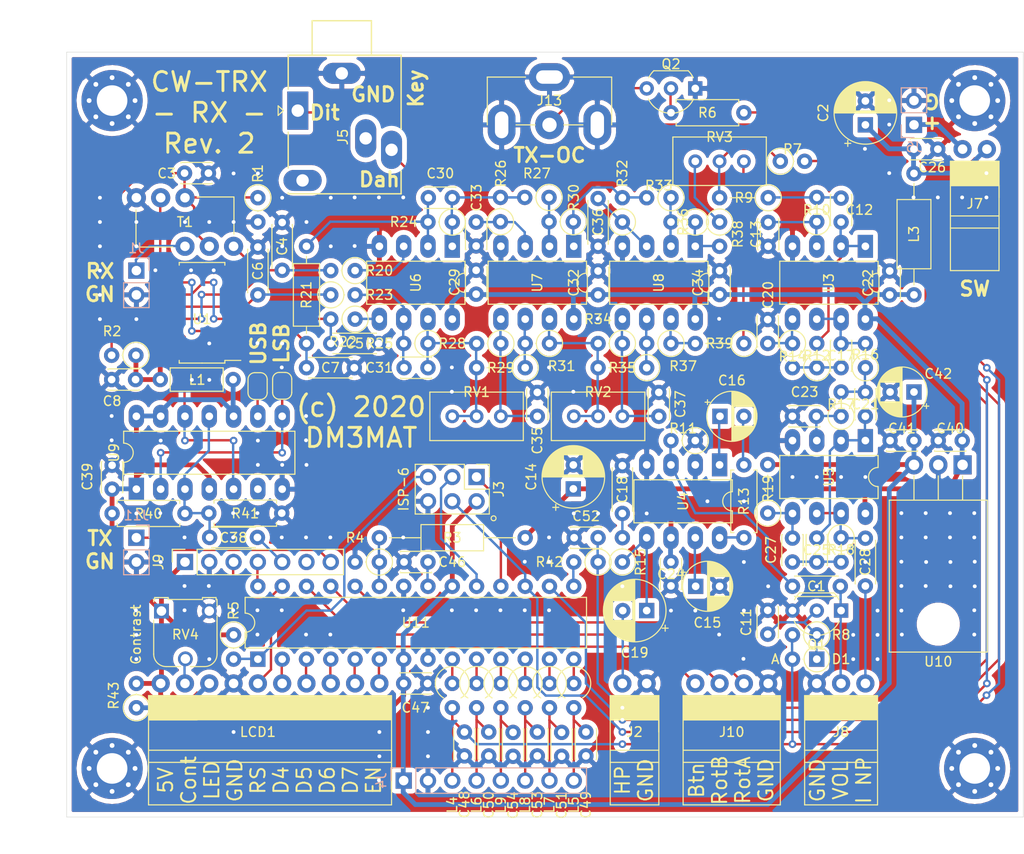
<source format=kicad_pcb>
(kicad_pcb (version 20171130) (host pcbnew 5.1.6-c6e7f7d~86~ubuntu18.04.1)
  (layers (0 F.Cu signal) (31 B.Cu signal) (34 B.Paste user) (35 F.Paste user) (36 B.SilkS user) (37 F.SilkS user) (38 B.Mask user) (39 F.Mask user) (44 Edge.Cuts user))
  (net 0 "")
  (net 1 /Mixer/RF)
  (net 2 "Net-(C1-Pad1)")
  (net 3 GND)
  (net 4 /Demod/I+)
  (net 5 /Demod/Q+)
  (net 6 /Demod/I-)
  (net 7 /Demod/Q-)
  (net 8 +5VA)
  (net 9 +12V)
  (net 10 "Net-(C11-Pad1)")
  (net 11 "Net-(C12-Pad2)")
  (net 12 "Net-(C12-Pad1)")
  (net 13 "Net-(C13-Pad1)")
  (net 14 "Net-(C15-Pad1)")
  (net 15 "Net-(C16-Pad2)")
  (net 16 "Net-(C16-Pad1)")
  (net 17 "Net-(C17-Pad2)")
  (net 18 "Net-(C17-Pad1)")
  (net 19 "Net-(C18-Pad1)")
  (net 20 /Audio/HP)
  (net 21 "Net-(C19-Pad1)")
  (net 22 "Net-(C20-Pad1)")
  (net 23 "Net-(C21-Pad2)")
  (net 24 "Net-(C21-Pad1)")
  (net 25 "Net-(C23-Pad1)")
  (net 26 "Net-(C25-Pad2)")
  (net 27 VCC)
  (net 28 "Net-(C27-Pad2)")
  (net 29 POT-A)
  (net 30 "Net-(C30-Pad2)")
  (net 31 "Net-(C30-Pad1)")
  (net 32 "Net-(C31-Pad2)")
  (net 33 "Net-(C31-Pad1)")
  (net 34 "Net-(C33-Pad1)")
  (net 35 "Net-(C35-Pad2)")
  (net 36 "Net-(C36-Pad1)")
  (net 37 "Net-(C37-Pad2)")
  (net 38 "Net-(C38-Pad1)")
  (net 39 +5VD)
  (net 40 "Net-(J6-Pad1)")
  (net 41 POT-B)
  (net 42 /VFO/CLK1)
  (net 43 /Mixer/VFO+I)
  (net 44 /Mixer/VFO+Q)
  (net 45 /Audio/NF)
  (net 46 "Net-(R13-Pad1)")
  (net 47 "Net-(R20-Pad1)")
  (net 48 "Net-(R22-Pad1)")
  (net 49 "Net-(R27-Pad1)")
  (net 50 "Net-(R29-Pad1)")
  (net 51 "Net-(R30-Pad1)")
  (net 52 "Net-(R31-Pad1)")
  (net 53 "Net-(R33-Pad1)")
  (net 54 "Net-(R35-Pad1)")
  (net 55 "Net-(R36-Pad1)")
  (net 56 "Net-(R37-Pad1)")
  (net 57 "Net-(R38-Pad1)")
  (net 58 "Net-(R39-Pad1)")
  (net 59 "Net-(C3-Pad1)")
  (net 60 "Net-(C28-Pad2)")
  (net 61 TX-OSC)
  (net 62 TX5V)
  (net 63 "Net-(T1-Pad6)")
  (net 64 "Net-(T1-Pad3)")
  (net 65 /VFO/VFO-I)
  (net 66 /VFO/VFO-Q)
  (net 67 "Net-(C46-Pad2)")
  (net 68 /Ctrl/80m)
  (net 69 /Ctrl/40m)
  (net 70 /Ctrl/Side)
  (net 71 /Ctrl/20m)
  (net 72 /Ctrl/10m)
  (net 73 RST)
  (net 74 40M)
  (net 75 10M)
  (net 76 20M)
  (net 77 LCD_EN)
  (net 78 LCD_RS)
  (net 79 LCD_D7)
  (net 80 LCD_D6)
  (net 81 LCD_D5)
  (net 82 LCD_D4)
  (net 83 LCD_CR)
  (net 84 Dah)
  (net 85 "Net-(J5-PadSN)")
  (net 86 "Net-(J5-PadTN)")
  (net 87 Dit)
  (net 88 ROT-M)
  (net 89 ROT-B)
  (net 90 ROT-A)
  (net 91 TX)
  (net 92 80M)
  (net 93 KEY)
  (net 94 "Net-(Q2-Pad2)")
  (net 95 Vbat)
  (net 96 SIDE)
  (net 97 /Ctrl/SCL)
  (net 98 Key)
  (net 99 "Net-(J13-Pad1)")
  (net 100 SCK)
  (net 101 MISO)
  (net 102 "Net-(LCD1-Pad3)")
  (net 103 /VFO/CLK2)
  (net 104 /VFO/VFO+Q)
  (module Jumper:SolderJumper-2_P1.3mm_Bridged_RoundedPad1.0x1.5mm (layer F.Cu) (at 123.46 95.17 270)
    (fp_text reference JP2 hide)
    (fp_text value USB)
    (fp_poly (pts (xy 0.25 -0.3) (xy -0.25 -0.3) (xy -0.25 0.3) (xy 0.25 0.3)) (layer F.Cu) (width 0))
    (pad 1 smd custom (at -0.65 0 270) (size 1 0.5) (layers F.Cu F.Mask) (net 44 /Mixer/VFO+Q) (options (clearance outline) (anchor rect)) (primitives (gr_circle (center 0 0.25) (end 0.5 0.25) (width 0)) (gr_circle (center 0 -0.25) (end 0.5 -0.25) (width 0)) (gr_poly (pts (xy 0 -0.75) (xy 0.5 -0.75) (xy 0.5 0.75) (xy 0 0.75)) (width 0))))
    (pad 2 smd custom (at 0.65 0 270) (size 1 0.5) (layers F.Cu F.Mask) (net 104 /VFO/VFO+Q) (options (clearance outline) (anchor rect)) (primitives (gr_circle (center 0 0.25) (end 0.5 0.25) (width 0)) (gr_circle (center 0 -0.25) (end 0.5 -0.25) (width 0)) (gr_poly (pts (xy 0 -0.75) (xy -0.5 -0.75) (xy -0.5 0.75) (xy 0 0.75)) (width 0))))
  )
  (module Jumper:SolderJumper-2_P1.3mm_Open_RoundedPad1.0x1.5mm (layer F.Cu) (at 126.03 95.14 90)
    (fp_text reference JP1 hide)
    (fp_text value LSB)
    (pad 2 smd custom (at 0.65 0 90) (size 1 0.5) (layers F.Cu F.Mask) (net 44 /Mixer/VFO+Q) (options (clearance outline) (anchor rect)) (primitives (gr_circle (center 0 0.25) (end 0.5 0.25) (width 0)) (gr_circle (center 0 -0.25) (end 0.5 -0.25) (width 0)) (gr_poly (pts (xy 0 -0.75) (xy -0.5 -0.75) (xy -0.5 0.75) (xy 0 0.75)) (width 0))))
    (pad 1 smd custom (at -0.65 0 90) (size 1 0.5) (layers F.Cu F.Mask) (net 66 /VFO/VFO-Q) (options (clearance outline) (anchor rect)) (primitives (gr_circle (center 0 0.25) (end 0.5 0.25) (width 0)) (gr_circle (center 0 -0.25) (end 0.5 -0.25) (width 0)) (gr_poly (pts (xy 0 -0.75) (xy 0.5 -0.75) (xy 0.5 0.75) (xy 0 0.75)) (width 0))))
  )
  (module Capacitor_THT:C_Disc_D3.0mm_W2.0mm_P2.50mm (layer F.Cu) (at 166.67 113.57 270)
    (fp_text reference C24 (at 1.27 0 180) (layer F.SilkS))
    (fp_text value 100n)
    (pad 2 thru_hole circle (at 2.5 0 270) (size 1.6 1.6) (drill 0.8) (layers *.Cu *.Mask) (net 3 GND))
    (pad 1 thru_hole circle (at 0 0 270) (size 1.6 1.6) (drill 0.8) (layers *.Cu *.Mask) (net 9 +12V))
  )
  (module Capacitor_THT:C_Disc_D4.3mm_W1.9mm_P5.00mm (layer F.Cu) (at 161.59 108.49 90)
    (fp_text reference C18 (at 2.5 0 90) (layer F.SilkS))
    (fp_text value 47n)
    (pad 2 thru_hole circle (at 5 0 90) (size 1.6 1.6) (drill 0.8) (layers *.Cu *.Mask) (net 3 GND))
    (pad 1 thru_hole circle (at 0 0 90) (size 1.6 1.6) (drill 0.8) (layers *.Cu *.Mask) (net 19 "Net-(C18-Pad1)"))
  )
  (module Package_DIP:DIP-8_W7.62mm_LongPads (layer F.Cu) (at 143.81 80.55 270)
    (fp_text reference U6 (at 3.81 3.81 90) (layer F.SilkS))
    (fp_text value TLC272)
    (pad 8 thru_hole oval (at 7.62 0 270) (size 2.4 1.6) (drill 0.8) (layers *.Cu *.Mask) (net 9 +12V))
    (pad 4 thru_hole oval (at 0 7.62 270) (size 2.4 1.6) (drill 0.8) (layers *.Cu *.Mask) (net 3 GND))
    (pad 7 thru_hole oval (at 7.62 2.54 270) (size 2.4 1.6) (drill 0.8) (layers *.Cu *.Mask) (net 33 "Net-(C31-Pad1)"))
    (pad 3 thru_hole oval (at 0 5.08 270) (size 2.4 1.6) (drill 0.8) (layers *.Cu *.Mask) (net 47 "Net-(R20-Pad1)"))
    (pad 6 thru_hole oval (at 7.62 5.08 270) (size 2.4 1.6) (drill 0.8) (layers *.Cu *.Mask) (net 32 "Net-(C31-Pad2)"))
    (pad 2 thru_hole oval (at 0 2.54 270) (size 2.4 1.6) (drill 0.8) (layers *.Cu *.Mask) (net 30 "Net-(C30-Pad2)"))
    (pad 5 thru_hole oval (at 7.62 7.62 270) (size 2.4 1.6) (drill 0.8) (layers *.Cu *.Mask) (net 48 "Net-(R22-Pad1)"))
    (pad 1 thru_hole rect (at 0 0 270) (size 2.4 1.6) (drill 0.8) (layers *.Cu *.Mask) (net 31 "Net-(C30-Pad1)"))
  )
  (module Package_TO_SOT_THT:TO-220-3_Horizontal_TabDown (layer F.Cu) (at 197.15 103.41 180)
    (fp_text reference U10 (at 2.54 -20.58) (layer F.SilkS))
    (fp_text value L7805)
    (pad 3 thru_hole oval (at 5.08 0 180) (size 1.905 2) (drill 1.1) (layers *.Cu *.Mask) (net 39 +5VD))
    (pad 2 thru_hole oval (at 2.54 0 180) (size 1.905 2) (drill 1.1) (layers *.Cu *.Mask) (net 3 GND))
    (pad 1 thru_hole rect (at 0 0 180) (size 1.905 2) (drill 1.1) (layers *.Cu *.Mask) (net 9 +12V))
    (pad "" np_thru_hole oval (at 2.54 -16.66 180) (size 3.5 3.5) (drill 3.5) (layers *.Cu *.Mask))
  )
  (module Resistor_THT:R_Axial_DIN0207_L6.3mm_D2.5mm_P7.62mm_Horizontal (layer F.Cu) (at 125.984 108.458 180)
    (fp_text reference R41 (at 3.81 -0.032) (layer F.SilkS))
    (fp_text value 10k)
    (pad 2 thru_hole oval (at 7.62 0 180) (size 1.6 1.6) (drill 0.8) (layers *.Cu *.Mask) (net 38 "Net-(C38-Pad1)"))
    (pad 1 thru_hole circle (at 0 0 180) (size 1.6 1.6) (drill 0.8) (layers *.Cu *.Mask) (net 3 GND))
  )
  (module Resistor_THT:R_Axial_DIN0207_L6.3mm_D2.5mm_P7.62mm_Horizontal (layer F.Cu) (at 115.87 108.49 180)
    (fp_text reference R40 (at 3.81 -0.032) (layer F.SilkS))
    (fp_text value 10k)
    (pad 2 thru_hole oval (at 7.62 0 180) (size 1.6 1.6) (drill 0.8) (layers *.Cu *.Mask) (net 39 +5VD))
    (pad 1 thru_hole circle (at 0 0 180) (size 1.6 1.6) (drill 0.8) (layers *.Cu *.Mask) (net 38 "Net-(C38-Pad1)"))
  )
  (module Resistor_THT:R_Axial_DIN0207_L6.3mm_D2.5mm_P7.62mm_Horizontal (layer F.Cu) (at 174.29 111.03 90)
    (fp_text reference R13 (at 3.81 0 90) (layer F.SilkS))
    (fp_text value 2.2k)
    (pad 2 thru_hole oval (at 7.62 0 90) (size 1.6 1.6) (drill 0.8) (layers *.Cu *.Mask) (net 15 "Net-(C16-Pad2)"))
    (pad 1 thru_hole circle (at 0 0 90) (size 1.6 1.6) (drill 0.8) (layers *.Cu *.Mask) (net 46 "Net-(R13-Pad1)"))
  )
  (module Resistor_THT:R_Axial_DIN0207_L6.3mm_D2.5mm_P7.62mm_Horizontal (layer F.Cu) (at 166.67 66.58)
    (fp_text reference R6 (at 3.81 0) (layer F.SilkS))
    (fp_text value 10k)
    (pad 2 thru_hole oval (at 7.62 0) (size 1.6 1.6) (drill 0.8) (layers *.Cu *.Mask) (net 62 TX5V))
    (pad 1 thru_hole circle (at 0 0) (size 1.6 1.6) (drill 0.8) (layers *.Cu *.Mask) (net 94 "Net-(Q2-Pad2)"))
  )
  (module Inductor_THT:L_Axial_L7.0mm_D3.3mm_P12.70mm_Horizontal_Fastron_MICC (layer F.Cu) (at 192.07 85.63 90)
    (fp_text reference L3 (at 6.35 0 90) (layer F.SilkS))
    (fp_text value 100u)
    (pad 2 thru_hole oval (at 12.7 0 90) (size 1.6 1.6) (drill 0.8) (layers *.Cu *.Mask) (net 27 VCC))
    (pad 1 thru_hole circle (at 0 0 90) (size 1.6 1.6) (drill 0.8) (layers *.Cu *.Mask) (net 9 +12V))
  )
  (module Resistor_THT:R_Axial_DIN0207_L6.3mm_D2.5mm_P15.24mm_Horizontal (layer F.Cu) (at 151.43 111.03 180)
    (fp_text reference R3 (at 7.62 0) (layer F.SilkS))
    (fp_text value 47k)
    (pad 2 thru_hole oval (at 15.24 0 180) (size 1.6 1.6) (drill 0.8) (layers *.Cu *.Mask) (net 95 Vbat))
    (pad 1 thru_hole circle (at 0 0 180) (size 1.6 1.6) (drill 0.8) (layers *.Cu *.Mask) (net 9 +12V))
  )
  (module Resistor_THT:R_Axial_DIN0207_L6.3mm_D2.5mm_P5.08mm_Vertical (layer F.Cu) (at 176.784 108.458 90)
    (fp_text reference R19 (at 2.54 0.046 90) (layer F.SilkS))
    (fp_text value 470k)
    (pad 2 thru_hole oval (at 5.08 0 90) (size 1.6 1.6) (drill 0.8) (layers *.Cu *.Mask) (net 39 +5VD))
    (pad 1 thru_hole circle (at 0 0 90) (size 1.6 1.6) (drill 0.8) (layers *.Cu *.Mask) (net 28 "Net-(C27-Pad2)"))
  )
  (module Package_DIP:DIP-28_W7.62mm (layer F.Cu) (at 123.49 123.73 90)
    (fp_text reference U11 (at 3.81 16.51 180) (layer F.SilkS))
    (fp_text value ATmega328-PU)
    (pad 28 thru_hole oval (at 7.62 0 90) (size 1.6 1.6) (drill 0.8) (layers *.Cu *.Mask) (net 97 /Ctrl/SCL))
    (pad 14 thru_hole oval (at 0 33.02 90) (size 1.6 1.6) (drill 0.8) (layers *.Cu *.Mask) (net 92 80M))
    (pad 27 thru_hole oval (at 7.62 2.54 90) (size 1.6 1.6) (drill 0.8) (layers *.Cu *.Mask) (net 78 LCD_RS))
    (pad 13 thru_hole oval (at 0 30.48 90) (size 1.6 1.6) (drill 0.8) (layers *.Cu *.Mask) (net 74 40M))
    (pad 26 thru_hole oval (at 7.62 5.08 90) (size 1.6 1.6) (drill 0.8) (layers *.Cu *.Mask) (net 88 ROT-M))
    (pad 12 thru_hole oval (at 0 27.94 90) (size 1.6 1.6) (drill 0.8) (layers *.Cu *.Mask) (net 76 20M))
    (pad 25 thru_hole oval (at 7.62 7.62 90) (size 1.6 1.6) (drill 0.8) (layers *.Cu *.Mask) (net 89 ROT-B))
    (pad 11 thru_hole oval (at 0 25.4 90) (size 1.6 1.6) (drill 0.8) (layers *.Cu *.Mask) (net 75 10M))
    (pad 24 thru_hole oval (at 7.62 10.16 90) (size 1.6 1.6) (drill 0.8) (layers *.Cu *.Mask) (net 90 ROT-A))
    (pad 10 thru_hole oval (at 0 22.86 90) (size 1.6 1.6) (drill 0.8) (layers *.Cu *.Mask) (net 93 KEY))
    (pad 23 thru_hole oval (at 7.62 12.7 90) (size 1.6 1.6) (drill 0.8) (layers *.Cu *.Mask) (net 95 Vbat))
    (pad 9 thru_hole oval (at 0 20.32 90) (size 1.6 1.6) (drill 0.8) (layers *.Cu *.Mask) (net 91 TX))
    (pad 22 thru_hole oval (at 7.62 15.24 90) (size 1.6 1.6) (drill 0.8) (layers *.Cu *.Mask) (net 3 GND))
    (pad 8 thru_hole oval (at 0 17.78 90) (size 1.6 1.6) (drill 0.8) (layers *.Cu *.Mask) (net 3 GND))
    (pad 21 thru_hole oval (at 7.62 17.78 90) (size 1.6 1.6) (drill 0.8) (layers *.Cu *.Mask) (net 67 "Net-(C46-Pad2)"))
    (pad 7 thru_hole oval (at 0 15.24 90) (size 1.6 1.6) (drill 0.8) (layers *.Cu *.Mask) (net 39 +5VD))
    (pad 20 thru_hole oval (at 7.62 20.32 90) (size 1.6 1.6) (drill 0.8) (layers *.Cu *.Mask) (net 39 +5VD))
    (pad 6 thru_hole oval (at 0 12.7 90) (size 1.6 1.6) (drill 0.8) (layers *.Cu *.Mask) (net 77 LCD_EN))
    (pad 19 thru_hole oval (at 7.62 22.86 90) (size 1.6 1.6) (drill 0.8) (layers *.Cu *.Mask) (net 100 SCK))
    (pad 5 thru_hole oval (at 0 10.16 90) (size 1.6 1.6) (drill 0.8) (layers *.Cu *.Mask) (net 79 LCD_D7))
    (pad 18 thru_hole oval (at 7.62 25.4 90) (size 1.6 1.6) (drill 0.8) (layers *.Cu *.Mask) (net 101 MISO))
    (pad 4 thru_hole oval (at 0 7.62 90) (size 1.6 1.6) (drill 0.8) (layers *.Cu *.Mask) (net 80 LCD_D6))
    (pad 17 thru_hole oval (at 7.62 27.94 90) (size 1.6 1.6) (drill 0.8) (layers *.Cu *.Mask) (net 87 Dit))
    (pad 3 thru_hole oval (at 0 5.08 90) (size 1.6 1.6) (drill 0.8) (layers *.Cu *.Mask) (net 81 LCD_D5))
    (pad 16 thru_hole oval (at 7.62 30.48 90) (size 1.6 1.6) (drill 0.8) (layers *.Cu *.Mask) (net 84 Dah))
    (pad 2 thru_hole oval (at 0 2.54 90) (size 1.6 1.6) (drill 0.8) (layers *.Cu *.Mask) (net 82 LCD_D4))
    (pad 15 thru_hole oval (at 7.62 33.02 90) (size 1.6 1.6) (drill 0.8) (layers *.Cu *.Mask) (net 96 SIDE))
    (pad 1 thru_hole rect (at 0 0 90) (size 1.6 1.6) (drill 0.8) (layers *.Cu *.Mask) (net 73 RST))
  )
  (module Resistor_THT:R_Axial_DIN0207_L6.3mm_D2.5mm_P2.54mm_Vertical (layer F.Cu) (at 110.79 128.81 90)
    (fp_text reference R43 (at 1.27 -2.37 90) (layer F.SilkS))
    (fp_text value 220)
    (pad 2 thru_hole oval (at 2.54 0 90) (size 1.6 1.6) (drill 0.8) (layers *.Cu *.Mask) (net 39 +5VD))
    (pad 1 thru_hole circle (at 0 0 90) (size 1.6 1.6) (drill 0.8) (layers *.Cu *.Mask) (net 102 "Net-(LCD1-Pad3)"))
  )
  (module Potentiometer_THT:Potentiometer_Runtron_RM-065_Vertical (layer F.Cu) (at 113.41 118.698)
    (fp_text reference RV4 (at 2.5 2.46) (layer F.SilkS))
    (fp_text value 10k)
    (pad 2 thru_hole circle (at 2.5 5) (size 1.55 1.55) (drill 1) (layers *.Cu *.Mask) (net 83 LCD_CR))
    (pad 1 thru_hole rect (at 0 0) (size 1.55 1.55) (drill 1) (layers *.Cu *.Mask) (net 39 +5VD))
    (pad 3 thru_hole circle (at 5 0) (size 1.55 1.55) (drill 1) (layers *.Cu *.Mask) (net 3 GND))
  )
  (module Connector_PinHeader_2.54mm:PinHeader_1x02_P2.54mm_Vertical (layer B.Cu) (at 110.79 111.03 180)
    (fp_text reference J11 (at 0 2.33) (layer B.SilkS) (effects (justify mirror)))
    (fp_text value TxOsc)
    (pad 2 thru_hole oval (at 0 -2.54 180) (size 1.7 1.7) (drill 1) (layers *.Cu *.Mask) (net 3 GND))
    (pad 1 thru_hole rect (at 0 0 180) (size 1.7 1.7) (drill 1) (layers *.Cu *.Mask) (net 61 TX-OSC))
  )
  (module Resistor_THT:R_Axial_DIN0207_L6.3mm_D2.5mm_P2.54mm_Vertical (layer F.Cu) (at 120.95 121.19 270)
    (fp_text reference R5 (at -2.54 0 90) (layer F.SilkS))
    (fp_text value 47k)
    (pad 2 thru_hole oval (at 2.54 0 270) (size 1.6 1.6) (drill 0.8) (layers *.Cu *.Mask) (net 73 RST))
    (pad 1 thru_hole circle (at 0 0 270) (size 1.6 1.6) (drill 0.8) (layers *.Cu *.Mask) (net 39 +5VD))
  )
  (module Connector_PinHeader_2.54mm:PinHeader_1x08_P2.54mm_Vertical (layer B.Cu) (at 138.73 136.43 270)
    (fp_text reference J4 (at 0 2.33 270) (layer B.SilkS) (effects (justify mirror)))
    (fp_text value ToPA)
    (pad 8 thru_hole oval (at 0 -17.78 270) (size 1.7 1.7) (drill 1) (layers *.Cu *.Mask) (net 68 /Ctrl/80m))
    (pad 7 thru_hole oval (at 0 -15.24 270) (size 1.7 1.7) (drill 1) (layers *.Cu *.Mask) (net 69 /Ctrl/40m))
    (pad 6 thru_hole oval (at 0 -12.7 270) (size 1.7 1.7) (drill 1) (layers *.Cu *.Mask) (net 71 /Ctrl/20m))
    (pad 5 thru_hole oval (at 0 -10.16 270) (size 1.7 1.7) (drill 1) (layers *.Cu *.Mask) (net 72 /Ctrl/10m))
    (pad 4 thru_hole oval (at 0 -7.62 270) (size 1.7 1.7) (drill 1) (layers *.Cu *.Mask) (net 98 Key))
    (pad 3 thru_hole oval (at 0 -5.08 270) (size 1.7 1.7) (drill 1) (layers *.Cu *.Mask) (net 62 TX5V))
    (pad 2 thru_hole oval (at 0 -2.54 270) (size 1.7 1.7) (drill 1) (layers *.Cu *.Mask) (net 3 GND))
    (pad 1 thru_hole rect (at 0 0 270) (size 1.7 1.7) (drill 1) (layers *.Cu *.Mask) (net 39 +5VD))
  )
  (module Package_TO_SOT_THT:TO-92_Inline_Wide (layer F.Cu) (at 169.21 64.04 180)
    (fp_text reference Q2 (at 2.54 2.54) (layer F.SilkS))
    (fp_text value 2N3904)
    (pad 1 thru_hole rect (at 0 0 270) (size 1.5 1.5) (drill 0.8) (layers *.Cu *.Mask) (net 3 GND))
    (pad 3 thru_hole circle (at 5.08 0 270) (size 1.5 1.5) (drill 0.8) (layers *.Cu *.Mask) (net 99 "Net-(J13-Pad1)"))
    (pad 2 thru_hole circle (at 2.54 0 270) (size 1.5 1.5) (drill 0.8) (layers *.Cu *.Mask) (net 94 "Net-(Q2-Pad2)"))
  )
  (module DM3MAT:Connector_BKL_1x04_P2.54mm_Horizontal (layer F.Cu) (at 171.75 126.27)
    (fp_text reference J10 (at 1.27 5.08) (layer F.SilkS))
    (fp_text value ROT)
    (pad 4 thru_hole circle (at 5.08 0) (size 1.9 1.9) (drill 1) (layers *.Cu *.Mask) (net 3 GND))
    (pad 3 thru_hole circle (at 2.54 0) (size 1.9 1.9) (drill 1) (layers *.Cu *.Mask) (net 90 ROT-A))
    (pad 2 thru_hole circle (at 0 0) (size 1.9 1.9) (drill 1) (layers *.Cu *.Mask) (net 89 ROT-B))
    (pad 1 thru_hole circle (at -2.54 0) (size 1.9 1.9) (drill 1) (layers *.Cu *.Mask) (net 88 ROT-M))
  )
  (module DM3MAT:Connector_BKL_1x10_P2.54mm_Horizontal (layer F.Cu) (at 122.22 126.27)
    (fp_text reference LCD1 (at 1.27 5.08) (layer F.SilkS))
    (fp_text value LCD)
    (pad 10 thru_hole circle (at 13.97 0) (size 1.9 1.9) (drill 1) (layers *.Cu *.Mask) (net 77 LCD_EN))
    (pad 9 thru_hole circle (at 11.43 0) (size 1.9 1.9) (drill 1) (layers *.Cu *.Mask) (net 79 LCD_D7))
    (pad 8 thru_hole circle (at 8.89 0) (size 1.9 1.9) (drill 1) (layers *.Cu *.Mask) (net 80 LCD_D6))
    (pad 7 thru_hole circle (at 6.35 0) (size 1.9 1.9) (drill 1) (layers *.Cu *.Mask) (net 81 LCD_D5))
    (pad 6 thru_hole circle (at 3.81 0) (size 1.9 1.9) (drill 1) (layers *.Cu *.Mask) (net 82 LCD_D4))
    (pad 5 thru_hole circle (at 1.27 0) (size 1.9 1.9) (drill 1) (layers *.Cu *.Mask) (net 78 LCD_RS))
    (pad 4 thru_hole circle (at -1.27 0) (size 1.9 1.9) (drill 1) (layers *.Cu *.Mask) (net 3 GND))
    (pad 3 thru_hole circle (at -3.81 0) (size 1.9 1.9) (drill 1) (layers *.Cu *.Mask) (net 102 "Net-(LCD1-Pad3)"))
    (pad 2 thru_hole circle (at -6.35 0) (size 1.9 1.9) (drill 1) (layers *.Cu *.Mask) (net 83 LCD_CR))
    (pad 1 thru_hole circle (at -8.89 0) (size 1.9 1.9) (drill 1) (layers *.Cu *.Mask) (net 39 +5VD))
  )
  (module DM3MAT:Connector_BKL_1x03_P2.54mm_Horizontal (layer F.Cu) (at 184.45 126.27)
    (fp_text reference J8 (at 0 5.08) (layer F.SilkS))
    (fp_text value "10K Log")
    (pad 3 thru_hole circle (at 2.54 0) (size 1.9 1.9) (drill 1) (layers *.Cu *.Mask) (net 29 POT-A))
    (pad 2 thru_hole circle (at 0 0) (size 1.9 1.9) (drill 1) (layers *.Cu *.Mask) (net 41 POT-B))
    (pad 1 thru_hole circle (at -2.54 0) (size 1.9 1.9) (drill 1) (layers *.Cu *.Mask) (net 3 GND))
  )
  (module DM3MAT:Connector_BKL_1x02_P2.54mm_Horizontal (layer F.Cu) (at 197.15 70.39)
    (fp_text reference J7 (at 1.27 5.715) (layer F.SilkS))
    (fp_text value SW)
    (pad 2 thru_hole circle (at 2.54 0) (size 1.9 1.9) (drill 1) (layers *.Cu *.Mask) (net 27 VCC))
    (pad 1 thru_hole circle (at 0 0) (size 1.9 1.9) (drill 1) (layers *.Cu *.Mask) (net 40 "Net-(J6-Pad1)"))
  )
  (module DM3MAT:Connector_BKL_1x02_P2.54mm_Horizontal (layer F.Cu) (at 161.59 126.27)
    (fp_text reference J2 (at 1.27 5.08) (layer F.SilkS))
    (fp_text value HP)
    (pad 2 thru_hole circle (at 2.54 0) (size 1.9 1.9) (drill 1) (layers *.Cu *.Mask) (net 3 GND))
    (pad 1 thru_hole circle (at 0 0) (size 1.9 1.9) (drill 1) (layers *.Cu *.Mask) (net 20 /Audio/HP))
  )
  (module DM3MAT:RCA_RND_205-00698_Horizontal (layer F.Cu) (at 153.97 67.85)
    (fp_text reference J13 (at 0 -2.54) (layer F.SilkS))
    (fp_text value Conn_Coaxial)
    (pad 1 thru_hole circle (at 0 0) (size 3 3) (drill 1.5) (layers *.Cu *.Mask) (net 99 "Net-(J13-Pad1)"))
    (pad 2 thru_hole oval (at 5 0) (size 2.9 4.3) (drill oval 1.4 2.8) (layers *.Cu *.Mask) (net 3 GND))
    (pad 2 thru_hole oval (at -5 0) (size 2.9 4.3) (drill oval 1.4 2.8) (layers *.Cu *.Mask) (net 3 GND))
    (pad 2 thru_hole oval (at 0 -5 90) (size 2.9 4.3) (drill oval 1.4 2.8) (layers *.Cu *.Mask) (net 3 GND))
  )
  (module Resistor_THT:R_Axial_DIN0207_L6.3mm_D2.5mm_P2.54mm_Vertical (layer F.Cu) (at 159.05 113.57 180)
    (fp_text reference R42 (at 5.08 0) (layer F.SilkS))
    (fp_text value 1k)
    (pad 2 thru_hole oval (at 2.54 0 180) (size 1.6 1.6) (drill 0.8) (layers *.Cu *.Mask) (net 96 SIDE))
    (pad 1 thru_hole circle (at 0 0 180) (size 1.6 1.6) (drill 0.8) (layers *.Cu *.Mask) (net 70 /Ctrl/Side))
  )
  (module Resistor_THT:R_Axial_DIN0207_L6.3mm_D2.5mm_P2.54mm_Vertical (layer F.Cu) (at 136.19 113.57 180)
    (fp_text reference R4 (at 2.54 2.54) (layer F.SilkS))
    (fp_text value 4.7k)
    (pad 2 thru_hole oval (at 2.54 0 180) (size 1.6 1.6) (drill 0.8) (layers *.Cu *.Mask) (net 3 GND))
    (pad 1 thru_hole circle (at 0 0 180) (size 1.6 1.6) (drill 0.8) (layers *.Cu *.Mask) (net 95 Vbat))
  )
  (module Inductor_THT:L_Axial_L7.0mm_D3.3mm_P2.54mm_Vertical_Fastron_MICC (layer F.Cu) (at 148.89 126.27 270)
    (fp_text reference L9 (at 12.7 0 90) (layer F.SilkS))
    (fp_text value 100u)
    (pad 2 thru_hole oval (at 2.54 0 270) (size 1.6 1.6) (drill 0.8) (layers *.Cu *.Mask) (net 72 /Ctrl/10m))
    (pad 1 thru_hole circle (at 0 0 270) (size 1.6 1.6) (drill 0.8) (layers *.Cu *.Mask) (net 75 10M))
  )
  (module Inductor_THT:L_Axial_L7.0mm_D3.3mm_P2.54mm_Vertical_Fastron_MICC (layer F.Cu) (at 151.43 126.27 270)
    (fp_text reference L8 (at 12.7 0 90) (layer F.SilkS))
    (fp_text value 100u)
    (pad 2 thru_hole oval (at 2.54 0 270) (size 1.6 1.6) (drill 0.8) (layers *.Cu *.Mask) (net 71 /Ctrl/20m))
    (pad 1 thru_hole circle (at 0 0 270) (size 1.6 1.6) (drill 0.8) (layers *.Cu *.Mask) (net 76 20M))
  )
  (module Inductor_THT:L_Axial_L7.0mm_D3.3mm_P2.54mm_Vertical_Fastron_MICC (layer F.Cu) (at 153.97 126.27 270)
    (fp_text reference L7 (at 12.7 0 90) (layer F.SilkS))
    (fp_text value 100u)
    (pad 2 thru_hole oval (at 2.54 0 270) (size 1.6 1.6) (drill 0.8) (layers *.Cu *.Mask) (net 69 /Ctrl/40m))
    (pad 1 thru_hole circle (at 0 0 270) (size 1.6 1.6) (drill 0.8) (layers *.Cu *.Mask) (net 74 40M))
  )
  (module Inductor_THT:L_Axial_L7.0mm_D3.3mm_P2.54mm_Vertical_Fastron_MICC (layer F.Cu) (at 146.35 126.27 270)
    (fp_text reference L6 (at 12.7 0 90) (layer F.SilkS))
    (fp_text value 100u)
    (pad 2 thru_hole oval (at 2.54 0 270) (size 1.6 1.6) (drill 0.8) (layers *.Cu *.Mask) (net 98 Key))
    (pad 1 thru_hole circle (at 0 0 270) (size 1.6 1.6) (drill 0.8) (layers *.Cu *.Mask) (net 93 KEY))
  )
  (module Inductor_THT:L_Axial_L7.0mm_D3.3mm_P2.54mm_Vertical_Fastron_MICC (layer F.Cu) (at 156.51 126.27 270)
    (fp_text reference L5 (at 12.7 0 90) (layer F.SilkS))
    (fp_text value 100u)
    (pad 2 thru_hole oval (at 2.54 0 270) (size 1.6 1.6) (drill 0.8) (layers *.Cu *.Mask) (net 68 /Ctrl/80m))
    (pad 1 thru_hole circle (at 0 0 270) (size 1.6 1.6) (drill 0.8) (layers *.Cu *.Mask) (net 92 80M))
  )
  (module Inductor_THT:L_Axial_L7.0mm_D3.3mm_P2.54mm_Vertical_Fastron_MICC (layer F.Cu) (at 143.81 126.27 270)
    (fp_text reference L4 (at 12.7 0 90) (layer F.SilkS))
    (fp_text value 100u)
    (pad 2 thru_hole oval (at 2.54 0 270) (size 1.6 1.6) (drill 0.8) (layers *.Cu *.Mask) (net 62 TX5V))
    (pad 1 thru_hole circle (at 0 0 270) (size 1.6 1.6) (drill 0.8) (layers *.Cu *.Mask) (net 91 TX))
  )
  (module DM3MAT:Jack_3.5mm_Ledino_KB3SPRS_Horizontal (layer F.Cu) (at 127.66 66.36 270)
    (fp_text reference J5 (at 2.76 -4.72 90) (layer F.SilkS))
    (fp_text value Key)
    (pad G thru_hole oval (at -3.9 -4.6 270) (size 2.2 4) (drill 1.3) (layers *.Cu *.Mask) (net 3 GND))
    (pad S thru_hole oval (at 4.1 -9.8 270) (size 4 2.2) (drill 1.3) (layers *.Cu *.Mask) (net 84 Dah))
    (pad SN thru_hole oval (at 2.9 -7.1 270) (size 4 2.2) (drill 1.3) (layers *.Cu *.Mask) (net 85 "Net-(J5-PadSN)"))
    (pad TN thru_hole oval (at 7.3 -0.5) (size 4 2.2) (drill 1.3) (layers *.Cu *.Mask) (net 86 "Net-(J5-PadTN)"))
    (pad T thru_hole rect (at 0 0 270) (size 4 2.2) (drill 1.3) (layers *.Cu *.Mask) (net 87 Dit))
  )
  (module Connector_PinHeader_2.54mm:PinHeader_2x03_P2.54mm_Vertical (layer F.Cu) (at 146.35 104.68 270)
    (fp_text reference J3 (at 1.27 -2.33 90) (layer F.SilkS))
    (fp_text value AVR-ISP-6)
    (pad 6 thru_hole oval (at 2.54 5.08 270) (size 1.7 1.7) (drill 1) (layers *.Cu *.Mask) (net 3 GND))
    (pad 5 thru_hole oval (at 0 5.08 270) (size 1.7 1.7) (drill 1) (layers *.Cu *.Mask) (net 73 RST))
    (pad 4 thru_hole oval (at 2.54 2.54 270) (size 1.7 1.7) (drill 1) (layers *.Cu *.Mask) (net 87 Dit))
    (pad 3 thru_hole oval (at 0 2.54 270) (size 1.7 1.7) (drill 1) (layers *.Cu *.Mask) (net 100 SCK))
    (pad 2 thru_hole oval (at 2.54 0 270) (size 1.7 1.7) (drill 1) (layers *.Cu *.Mask) (net 39 +5VD))
    (pad 1 thru_hole rect (at 0 0 270) (size 1.7 1.7) (drill 1) (layers *.Cu *.Mask) (net 101 MISO))
  )
  (module Capacitor_THT:C_Disc_D3.0mm_W2.0mm_P2.50mm (layer F.Cu) (at 150.16 133.89 90)
    (fp_text reference C54 (at -5.12 0 90) (layer F.SilkS))
    (fp_text value 100n)
    (pad 2 thru_hole circle (at 2.5 0 90) (size 1.6 1.6) (drill 0.8) (layers *.Cu *.Mask) (net 72 /Ctrl/10m))
    (pad 1 thru_hole circle (at 0 0 90) (size 1.6 1.6) (drill 0.8) (layers *.Cu *.Mask) (net 3 GND))
  )
  (module Capacitor_THT:C_Disc_D3.0mm_W2.0mm_P2.50mm (layer F.Cu) (at 152.7 133.85 90)
    (fp_text reference C53 (at -5.12 0 90) (layer F.SilkS))
    (fp_text value 100n)
    (pad 2 thru_hole circle (at 2.5 0 90) (size 1.6 1.6) (drill 0.8) (layers *.Cu *.Mask) (net 71 /Ctrl/20m))
    (pad 1 thru_hole circle (at 0 0 90) (size 1.6 1.6) (drill 0.8) (layers *.Cu *.Mask) (net 3 GND))
  )
  (module Capacitor_THT:C_Disc_D3.0mm_W2.0mm_P2.50mm (layer F.Cu) (at 156.55 111.03)
    (fp_text reference C52 (at 1.25 -2.25) (layer F.SilkS))
    (fp_text value 100n)
    (pad 2 thru_hole circle (at 2.5 0) (size 1.6 1.6) (drill 0.8) (layers *.Cu *.Mask) (net 70 /Ctrl/Side))
    (pad 1 thru_hole circle (at 0 0) (size 1.6 1.6) (drill 0.8) (layers *.Cu *.Mask) (net 3 GND))
  )
  (module Capacitor_THT:C_Disc_D3.0mm_W2.0mm_P2.50mm (layer F.Cu) (at 155.24 133.89 90)
    (fp_text reference C51 (at -5.12 0 90) (layer F.SilkS))
    (fp_text value 100n)
    (pad 2 thru_hole circle (at 2.5 0 90) (size 1.6 1.6) (drill 0.8) (layers *.Cu *.Mask) (net 69 /Ctrl/40m))
    (pad 1 thru_hole circle (at 0 0 90) (size 1.6 1.6) (drill 0.8) (layers *.Cu *.Mask) (net 3 GND))
  )
  (module Capacitor_THT:C_Disc_D3.0mm_W2.0mm_P2.50mm (layer F.Cu) (at 147.62 133.85 90)
    (fp_text reference C50 (at -5.12 0 90) (layer F.SilkS))
    (fp_text value 100n)
    (pad 2 thru_hole circle (at 2.5 0 90) (size 1.6 1.6) (drill 0.8) (layers *.Cu *.Mask) (net 98 Key))
    (pad 1 thru_hole circle (at 0 0 90) (size 1.6 1.6) (drill 0.8) (layers *.Cu *.Mask) (net 3 GND))
  )
  (module Capacitor_THT:C_Disc_D3.0mm_W2.0mm_P2.50mm (layer F.Cu) (at 157.78 133.85 90)
    (fp_text reference C49 (at -5.12 0 90) (layer F.SilkS))
    (fp_text value 100n)
    (pad 2 thru_hole circle (at 2.5 0 90) (size 1.6 1.6) (drill 0.8) (layers *.Cu *.Mask) (net 68 /Ctrl/80m))
    (pad 1 thru_hole circle (at 0 0 90) (size 1.6 1.6) (drill 0.8) (layers *.Cu *.Mask) (net 3 GND))
  )
  (module Capacitor_THT:C_Disc_D3.0mm_W2.0mm_P2.50mm (layer F.Cu) (at 145.08 133.85 90)
    (fp_text reference C48 (at -5.08 0 90) (layer F.SilkS))
    (fp_text value 100n)
    (pad 2 thru_hole circle (at 2.5 0 90) (size 1.6 1.6) (drill 0.8) (layers *.Cu *.Mask) (net 62 TX5V))
    (pad 1 thru_hole circle (at 0 0 90) (size 1.6 1.6) (drill 0.8) (layers *.Cu *.Mask) (net 3 GND))
  )
  (module Capacitor_THT:C_Disc_D3.0mm_W2.0mm_P2.50mm (layer F.Cu) (at 138.73 126.27)
    (fp_text reference C47 (at 1.23 2.54) (layer F.SilkS))
    (fp_text value 100n)
    (pad 2 thru_hole circle (at 2.5 0) (size 1.6 1.6) (drill 0.8) (layers *.Cu *.Mask) (net 3 GND))
    (pad 1 thru_hole circle (at 0 0) (size 1.6 1.6) (drill 0.8) (layers *.Cu *.Mask) (net 39 +5VD))
  )
  (module Capacitor_THT:C_Disc_D3.0mm_W2.0mm_P2.50mm (layer F.Cu) (at 138.77 113.57)
    (fp_text reference C46 (at 5.04 0) (layer F.SilkS))
    (fp_text value 100n)
    (pad 2 thru_hole circle (at 2.5 0) (size 1.6 1.6) (drill 0.8) (layers *.Cu *.Mask) (net 67 "Net-(C46-Pad2)"))
    (pad 1 thru_hole circle (at 0 0) (size 1.6 1.6) (drill 0.8) (layers *.Cu *.Mask) (net 3 GND))
  )
  (module Capacitor_THT:C_Disc_D4.3mm_W1.9mm_P5.00mm (layer F.Cu) (at 118.444 110.998)
    (fp_text reference C38 (at 2.5 0.032) (layer F.SilkS))
    (fp_text value 100n)
    (pad 2 thru_hole circle (at 5 0) (size 1.6 1.6) (drill 0.8) (layers *.Cu *.Mask) (net 103 /VFO/CLK2))
    (pad 1 thru_hole circle (at 0 0) (size 1.6 1.6) (drill 0.8) (layers *.Cu *.Mask) (net 38 "Net-(C38-Pad1)"))
  )
  (module Diode_THT:D_DO-35_SOD27_P2.54mm_Vertical_AnodeUp (layer F.Cu) (at 181.91 123.73 180)
    (fp_text reference D1 (at -2.54 0) (layer F.SilkS))
    (fp_text value 1N4148)
    (fp_text user A (at 4.34 0) (layer F.SilkS))
    (pad 2 thru_hole oval (at 2.54 0 180) (size 1.6 1.6) (drill 0.8) (layers *.Cu *.Mask) (net 62 TX5V))
    (pad 1 thru_hole rect (at 0 0 180) (size 1.6 1.6) (drill 0.8) (layers *.Cu *.Mask) (net 10 "Net-(C11-Pad1)"))
  )
  (module Package_TO_SOT_THT:TO-92_Inline_Wide (layer F.Cu) (at 184.45 118.65 180)
    (fp_text reference Q1 (at 2.54 -3.56) (layer F.SilkS))
    (fp_text value BS170)
    (pad 1 thru_hole rect (at 0 0 270) (size 1.5 1.5) (drill 0.8) (layers *.Cu *.Mask) (net 41 POT-B))
    (pad 3 thru_hole circle (at 5.08 0 270) (size 1.5 1.5) (drill 0.8) (layers *.Cu *.Mask) (net 3 GND))
    (pad 2 thru_hole circle (at 2.54 0 270) (size 1.5 1.5) (drill 0.8) (layers *.Cu *.Mask) (net 10 "Net-(C11-Pad1)"))
  )
  (module Resistor_THT:R_Axial_DIN0207_L6.3mm_D2.5mm_P5.08mm_Vertical (layer F.Cu) (at 174.29 90.71 180)
    (fp_text reference R39 (at 2.54 0) (layer F.SilkS))
    (fp_text value 1k)
    (pad 2 thru_hole oval (at 5.08 0 180) (size 1.6 1.6) (drill 0.8) (layers *.Cu *.Mask) (net 56 "Net-(R37-Pad1)"))
    (pad 1 thru_hole circle (at 0 0 180) (size 1.6 1.6) (drill 0.8) (layers *.Cu *.Mask) (net 58 "Net-(R39-Pad1)"))
  )
  (module Resistor_THT:R_Axial_DIN0207_L6.3mm_D2.5mm_P5.08mm_Vertical (layer F.Cu) (at 176.83 75.47 180)
    (fp_text reference R9 (at 2.54 0 180) (layer F.SilkS))
    (fp_text value 30k)
    (pad 2 thru_hole oval (at 5.08 0 180) (size 1.6 1.6) (drill 0.8) (layers *.Cu *.Mask) (net 45 /Audio/NF))
    (pad 1 thru_hole circle (at 0 0 180) (size 1.6 1.6) (drill 0.8) (layers *.Cu *.Mask) (net 12 "Net-(C12-Pad1)"))
  )
  (module MountingHole:MountingHole_3.2mm_M3_Pad_Via (layer F.Cu) (at 108.25 135.16)
    (fp_text reference H4 hide)
    (fp_text value GND)
    (pad 1 thru_hole circle (at 1.697056 -1.697056) (size 0.8 0.8) (drill 0.5) (layers *.Cu *.Mask) (net 3 GND))
    (pad 1 thru_hole circle (at 0 -2.4) (size 0.8 0.8) (drill 0.5) (layers *.Cu *.Mask) (net 3 GND))
    (pad 1 thru_hole circle (at -1.697056 -1.697056) (size 0.8 0.8) (drill 0.5) (layers *.Cu *.Mask) (net 3 GND))
    (pad 1 thru_hole circle (at -2.4 0) (size 0.8 0.8) (drill 0.5) (layers *.Cu *.Mask) (net 3 GND))
    (pad 1 thru_hole circle (at -1.697056 1.697056) (size 0.8 0.8) (drill 0.5) (layers *.Cu *.Mask) (net 3 GND))
    (pad 1 thru_hole circle (at 0 2.4) (size 0.8 0.8) (drill 0.5) (layers *.Cu *.Mask) (net 3 GND))
    (pad 1 thru_hole circle (at 1.697056 1.697056) (size 0.8 0.8) (drill 0.5) (layers *.Cu *.Mask) (net 3 GND))
    (pad 1 thru_hole circle (at 2.4 0) (size 0.8 0.8) (drill 0.5) (layers *.Cu *.Mask) (net 3 GND))
    (pad 1 thru_hole circle (at 0 0) (size 6.4 6.4) (drill 3.2) (layers *.Cu *.Mask) (net 3 GND))
  )
  (module MountingHole:MountingHole_3.2mm_M3_Pad_Via (layer F.Cu) (at 198.42 135.16)
    (fp_text reference H3 hide)
    (fp_text value GND)
    (pad 1 thru_hole circle (at 1.697056 -1.697056) (size 0.8 0.8) (drill 0.5) (layers *.Cu *.Mask) (net 3 GND))
    (pad 1 thru_hole circle (at 0 -2.4) (size 0.8 0.8) (drill 0.5) (layers *.Cu *.Mask) (net 3 GND))
    (pad 1 thru_hole circle (at -1.697056 -1.697056) (size 0.8 0.8) (drill 0.5) (layers *.Cu *.Mask) (net 3 GND))
    (pad 1 thru_hole circle (at -2.4 0) (size 0.8 0.8) (drill 0.5) (layers *.Cu *.Mask) (net 3 GND))
    (pad 1 thru_hole circle (at -1.697056 1.697056) (size 0.8 0.8) (drill 0.5) (layers *.Cu *.Mask) (net 3 GND))
    (pad 1 thru_hole circle (at 0 2.4) (size 0.8 0.8) (drill 0.5) (layers *.Cu *.Mask) (net 3 GND))
    (pad 1 thru_hole circle (at 1.697056 1.697056) (size 0.8 0.8) (drill 0.5) (layers *.Cu *.Mask) (net 3 GND))
    (pad 1 thru_hole circle (at 2.4 0) (size 0.8 0.8) (drill 0.5) (layers *.Cu *.Mask) (net 3 GND))
    (pad 1 thru_hole circle (at 0 0) (size 6.4 6.4) (drill 3.2) (layers *.Cu *.Mask) (net 3 GND))
  )
  (module MountingHole:MountingHole_3.2mm_M3_Pad_Via (layer F.Cu) (at 198.42 65.31)
    (fp_text reference H2 hide)
    (fp_text value GND)
    (pad 1 thru_hole circle (at 1.697056 -1.697056) (size 0.8 0.8) (drill 0.5) (layers *.Cu *.Mask) (net 3 GND))
    (pad 1 thru_hole circle (at 0 -2.4) (size 0.8 0.8) (drill 0.5) (layers *.Cu *.Mask) (net 3 GND))
    (pad 1 thru_hole circle (at -1.697056 -1.697056) (size 0.8 0.8) (drill 0.5) (layers *.Cu *.Mask) (net 3 GND))
    (pad 1 thru_hole circle (at -2.4 0) (size 0.8 0.8) (drill 0.5) (layers *.Cu *.Mask) (net 3 GND))
    (pad 1 thru_hole circle (at -1.697056 1.697056) (size 0.8 0.8) (drill 0.5) (layers *.Cu *.Mask) (net 3 GND))
    (pad 1 thru_hole circle (at 0 2.4) (size 0.8 0.8) (drill 0.5) (layers *.Cu *.Mask) (net 3 GND))
    (pad 1 thru_hole circle (at 1.697056 1.697056) (size 0.8 0.8) (drill 0.5) (layers *.Cu *.Mask) (net 3 GND))
    (pad 1 thru_hole circle (at 2.4 0) (size 0.8 0.8) (drill 0.5) (layers *.Cu *.Mask) (net 3 GND))
    (pad 1 thru_hole circle (at 0 0) (size 6.4 6.4) (drill 3.2) (layers *.Cu *.Mask) (net 3 GND))
  )
  (module MountingHole:MountingHole_3.2mm_M3_Pad_Via (layer F.Cu) (at 108.25 65.31)
    (fp_text reference H1 hide)
    (fp_text value GND)
    (pad 1 thru_hole circle (at 1.697056 -1.697056) (size 0.8 0.8) (drill 0.5) (layers *.Cu *.Mask) (net 3 GND))
    (pad 1 thru_hole circle (at 0 -2.4) (size 0.8 0.8) (drill 0.5) (layers *.Cu *.Mask) (net 3 GND))
    (pad 1 thru_hole circle (at -1.697056 -1.697056) (size 0.8 0.8) (drill 0.5) (layers *.Cu *.Mask) (net 3 GND))
    (pad 1 thru_hole circle (at -2.4 0) (size 0.8 0.8) (drill 0.5) (layers *.Cu *.Mask) (net 3 GND))
    (pad 1 thru_hole circle (at -1.697056 1.697056) (size 0.8 0.8) (drill 0.5) (layers *.Cu *.Mask) (net 3 GND))
    (pad 1 thru_hole circle (at 0 2.4) (size 0.8 0.8) (drill 0.5) (layers *.Cu *.Mask) (net 3 GND))
    (pad 1 thru_hole circle (at 1.697056 1.697056) (size 0.8 0.8) (drill 0.5) (layers *.Cu *.Mask) (net 3 GND))
    (pad 1 thru_hole circle (at 2.4 0) (size 0.8 0.8) (drill 0.5) (layers *.Cu *.Mask) (net 3 GND))
    (pad 1 thru_hole circle (at 0 0) (size 6.4 6.4) (drill 3.2) (layers *.Cu *.Mask) (net 3 GND))
  )
  (module Resistor_THT:R_Axial_DIN0207_L6.3mm_D2.5mm_P2.54mm_Vertical (layer F.Cu) (at 133.65 83.09 180)
    (fp_text reference R20 (at -2.54 0) (layer F.SilkS))
    (fp_text value 100)
    (pad 2 thru_hole oval (at 2.54 0 180) (size 1.6 1.6) (drill 0.8) (layers *.Cu *.Mask) (net 4 /Demod/I+))
    (pad 1 thru_hole circle (at 0 0 180) (size 1.6 1.6) (drill 0.8) (layers *.Cu *.Mask) (net 47 "Net-(R20-Pad1)"))
  )
  (module Resistor_THT:R_Axial_DIN0207_L6.3mm_D2.5mm_P2.54mm_Vertical (layer F.Cu) (at 131.11 85.63)
    (fp_text reference R23 (at 5.08 0) (layer F.SilkS))
    (fp_text value 100)
    (pad 2 thru_hole oval (at 2.54 0) (size 1.6 1.6) (drill 0.8) (layers *.Cu *.Mask) (net 32 "Net-(C31-Pad2)"))
    (pad 1 thru_hole circle (at 0 0) (size 1.6 1.6) (drill 0.8) (layers *.Cu *.Mask) (net 7 /Demod/Q-))
  )
  (module Resistor_THT:R_Axial_DIN0207_L6.3mm_D2.5mm_P2.54mm_Vertical (layer F.Cu) (at 133.65 88.17 180)
    (fp_text reference R22 (at 1.27 -2.37) (layer F.SilkS))
    (fp_text value 100)
    (pad 2 thru_hole oval (at 2.54 0 180) (size 1.6 1.6) (drill 0.8) (layers *.Cu *.Mask) (net 5 /Demod/Q+))
    (pad 1 thru_hole circle (at 0 0 180) (size 1.6 1.6) (drill 0.8) (layers *.Cu *.Mask) (net 48 "Net-(R22-Pad1)"))
  )
  (module Inductor_THT:L_Axial_L5.3mm_D2.2mm_P7.62mm_Horizontal_Vishay_IM-1 (layer F.Cu) (at 120.904 94.488 180)
    (fp_text reference L1 (at 3.764 -0.032) (layer F.SilkS))
    (fp_text value 100u)
    (pad 2 thru_hole oval (at 7.62 0 180) (size 1.6 1.6) (drill 0.8) (layers *.Cu *.Mask) (net 8 +5VA))
    (pad 1 thru_hole circle (at 0 0 180) (size 1.6 1.6) (drill 0.8) (layers *.Cu *.Mask) (net 39 +5VD))
  )
  (module Capacitor_THT:CP_Radial_D5.0mm_P2.50mm (layer F.Cu) (at 192.07 95.79 180)
    (fp_text reference C42 (at -2.54 1.905) (layer F.SilkS))
    (fp_text value 10u)
    (pad 2 thru_hole circle (at 2.5 0 180) (size 1.6 1.6) (drill 0.8) (layers *.Cu *.Mask) (net 3 GND))
    (pad 1 thru_hole rect (at 0 0 180) (size 1.6 1.6) (drill 0.8) (layers *.Cu *.Mask) (net 39 +5VD))
  )
  (module Capacitor_THT:C_Disc_D3.0mm_W2.0mm_P2.50mm (layer F.Cu) (at 192.07 100.87 180)
    (fp_text reference C41 (at 1.25 1.27) (layer F.SilkS))
    (fp_text value 100n)
    (pad 2 thru_hole circle (at 2.5 0 180) (size 1.6 1.6) (drill 0.8) (layers *.Cu *.Mask) (net 3 GND))
    (pad 1 thru_hole circle (at 0 0 180) (size 1.6 1.6) (drill 0.8) (layers *.Cu *.Mask) (net 39 +5VD))
  )
  (module Capacitor_THT:C_Disc_D3.0mm_W2.0mm_P2.50mm (layer F.Cu) (at 197.11 100.87 180)
    (fp_text reference C40 (at 1.25 1.27) (layer F.SilkS))
    (fp_text value 100n)
    (pad 2 thru_hole circle (at 2.5 0 180) (size 1.6 1.6) (drill 0.8) (layers *.Cu *.Mask) (net 3 GND))
    (pad 1 thru_hole circle (at 0 0 180) (size 1.6 1.6) (drill 0.8) (layers *.Cu *.Mask) (net 9 +12V))
  )
  (module Resistor_THT:R_Axial_DIN0207_L6.3mm_D2.5mm_P5.08mm_Vertical (layer F.Cu) (at 164.13 93.25 180)
    (fp_text reference R35 (at 2.54 0) (layer F.SilkS))
    (fp_text value 3.3k)
    (pad 2 thru_hole oval (at 5.08 0 180) (size 1.6 1.6) (drill 0.8) (layers *.Cu *.Mask) (net 52 "Net-(R31-Pad1)"))
    (pad 1 thru_hole circle (at 0 0 180) (size 1.6 1.6) (drill 0.8) (layers *.Cu *.Mask) (net 54 "Net-(R35-Pad1)"))
  )
  (module Resistor_THT:R_Axial_DIN0207_L6.3mm_D2.5mm_P5.08mm_Vertical (layer F.Cu) (at 151.43 93.25 180)
    (fp_text reference R29 (at 2.54 0) (layer F.SilkS))
    (fp_text value 3.3k)
    (pad 2 thru_hole oval (at 5.08 0 180) (size 1.6 1.6) (drill 0.8) (layers *.Cu *.Mask) (net 33 "Net-(C31-Pad1)"))
    (pad 1 thru_hole circle (at 0 0 180) (size 1.6 1.6) (drill 0.8) (layers *.Cu *.Mask) (net 50 "Net-(R29-Pad1)"))
  )
  (module Resistor_THT:R_Axial_DIN0207_L6.3mm_D2.5mm_P10.16mm_Horizontal (layer F.Cu) (at 128.57 80.55 270)
    (fp_text reference R21 (at 5.08 0 90) (layer F.SilkS))
    (fp_text value 100)
    (pad 2 thru_hole oval (at 10.16 0 270) (size 1.6 1.6) (drill 0.8) (layers *.Cu *.Mask) (net 6 /Demod/I-))
    (pad 1 thru_hole circle (at 0 0 270) (size 1.6 1.6) (drill 0.8) (layers *.Cu *.Mask) (net 30 "Net-(C30-Pad2)"))
  )
  (module Package_SO:SOIC-16_4.55x10.3mm_P1.27mm (layer F.Cu) (at 117.654 87.503 180)
    (fp_text reference U1 (at 0 -0.667) (layer F.SilkS))
    (fp_text value FST3253)
    (pad 16 smd roundrect (at 3.25 -4.445 180) (size 1.6 0.55) (layers F.Cu F.Paste F.Mask) (net 8 +5VA))
    (pad 15 smd roundrect (at 3.25 -3.175 180) (size 1.6 0.55) (layers F.Cu F.Paste F.Mask) (net 3 GND))
    (pad 14 smd roundrect (at 3.25 -1.905 180) (size 1.6 0.55) (layers F.Cu F.Paste F.Mask) (net 43 /Mixer/VFO+I))
    (pad 13 smd roundrect (at 3.25 -0.635 180) (size 1.6 0.55) (layers F.Cu F.Paste F.Mask) (net 4 /Demod/I+))
    (pad 12 smd roundrect (at 3.25 0.635 180) (size 1.6 0.55) (layers F.Cu F.Paste F.Mask) (net 7 /Demod/Q-))
    (pad 11 smd roundrect (at 3.25 1.905 180) (size 1.6 0.55) (layers F.Cu F.Paste F.Mask) (net 5 /Demod/Q+))
    (pad 10 smd roundrect (at 3.25 3.175 180) (size 1.6 0.55) (layers F.Cu F.Paste F.Mask) (net 6 /Demod/I-))
    (pad 9 smd roundrect (at 3.25 4.445 180) (size 1.6 0.55) (layers F.Cu F.Paste F.Mask) (net 64 "Net-(T1-Pad3)"))
    (pad 8 smd roundrect (at -3.25 4.445 180) (size 1.6 0.55) (layers F.Cu F.Paste F.Mask) (net 3 GND))
    (pad 7 smd roundrect (at -3.25 3.175 180) (size 1.6 0.55) (layers F.Cu F.Paste F.Mask) (net 63 "Net-(T1-Pad6)"))
    (pad 6 smd roundrect (at -3.25 1.905 180) (size 1.6 0.55) (layers F.Cu F.Paste F.Mask) (net 4 /Demod/I+))
    (pad 5 smd roundrect (at -3.25 0.635 180) (size 1.6 0.55) (layers F.Cu F.Paste F.Mask) (net 7 /Demod/Q-))
    (pad 4 smd roundrect (at -3.25 -0.635 180) (size 1.6 0.55) (layers F.Cu F.Paste F.Mask) (net 5 /Demod/Q+))
    (pad 3 smd roundrect (at -3.25 -1.905 180) (size 1.6 0.55) (layers F.Cu F.Paste F.Mask) (net 6 /Demod/I-))
    (pad 2 smd roundrect (at -3.25 -3.175 180) (size 1.6 0.55) (layers F.Cu F.Paste F.Mask) (net 44 /Mixer/VFO+Q))
    (pad 1 smd roundrect (at -3.25 -4.445 180) (size 1.6 0.55) (layers F.Cu F.Paste F.Mask) (net 3 GND))
  )
  (module DM3MAT:Transformer_1P_2S_Toroid_Vertical_D10.5mm_Amidon-T37 (layer F.Cu) (at 115.87 78.01)
    (fp_text reference T1 (at 0 0) (layer F.SilkS))
    (fp_text value "3 x 8 @ FT37-43")
    (pad 6 thru_hole circle (at 5.08 2.54) (size 2 2) (drill 1) (layers *.Cu *.Mask) (net 63 "Net-(T1-Pad6)"))
    (pad 5 thru_hole circle (at 0 -2.54) (size 2 2) (drill 1) (layers *.Cu *.Mask) (net 59 "Net-(C3-Pad1)"))
    (pad 3 thru_hole circle (at -2.54 -2.54) (size 2 2) (drill 1) (layers *.Cu *.Mask) (net 64 "Net-(T1-Pad3)"))
    (pad 1 thru_hole circle (at -5.08 -2.54) (size 2 2) (drill 1) (layers *.Cu *.Mask) (net 3 GND))
    (pad 2 thru_hole circle (at 0 2.54) (size 2 2) (drill 1) (layers *.Cu *.Mask) (net 1 /Mixer/RF))
    (pad 4 thru_hole circle (at 2.54 2.54) (size 2 2) (drill 1) (layers *.Cu *.Mask) (net 59 "Net-(C3-Pad1)"))
  )
  (module Capacitor_THT:C_Disc_D4.3mm_W1.9mm_P5.00mm (layer F.Cu) (at 186.99 116.078 90)
    (fp_text reference C28 (at 2.5 0 90) (layer F.SilkS))
    (fp_text value 1u)
    (pad 2 thru_hole circle (at 5 0 90) (size 1.6 1.6) (drill 0.8) (layers *.Cu *.Mask) (net 60 "Net-(C28-Pad2)"))
    (pad 1 thru_hole circle (at 0 0 90) (size 1.6 1.6) (drill 0.8) (layers *.Cu *.Mask) (net 29 POT-A))
  )
  (module Capacitor_THT:CP_Radial_D6.3mm_P2.50mm (layer F.Cu) (at 186.99 67.85 90)
    (fp_text reference C2 (at 1.25 -4.4 90) (layer F.SilkS))
    (fp_text value 100u)
    (pad 2 thru_hole circle (at 2.5 0 90) (size 1.6 1.6) (drill 0.8) (layers *.Cu *.Mask) (net 3 GND))
    (pad 1 thru_hole rect (at 0 0 90) (size 1.6 1.6) (drill 0.8) (layers *.Cu *.Mask) (net 27 VCC))
  )
  (module Capacitor_THT:C_Disc_D4.3mm_W1.9mm_P5.00mm (layer F.Cu) (at 179.37 116.11)
    (fp_text reference C1 (at 2.5 0) (layer F.SilkS))
    (fp_text value 1u)
    (pad 2 thru_hole circle (at 5 0) (size 1.6 1.6) (drill 0.8) (layers *.Cu *.Mask) (net 41 POT-B))
    (pad 1 thru_hole circle (at 0 0) (size 1.6 1.6) (drill 0.8) (layers *.Cu *.Mask) (net 2 "Net-(C1-Pad1)"))
  )
  (module Package_DIP:DIP-14_W7.62mm_LongPads (layer F.Cu) (at 110.79 105.95 90)
    (fp_text reference U9 (at 3.81 -2.33 90) (layer F.SilkS))
    (fp_text value 74HC74)
    (pad 14 thru_hole oval (at 7.62 0 90) (size 2.4 1.6) (drill 0.8) (layers *.Cu *.Mask) (net 39 +5VD))
    (pad 7 thru_hole oval (at 0 15.24 90) (size 2.4 1.6) (drill 0.8) (layers *.Cu *.Mask) (net 3 GND))
    (pad 13 thru_hole oval (at 7.62 2.54 90) (size 2.4 1.6) (drill 0.8) (layers *.Cu *.Mask) (net 39 +5VD))
    (pad 6 thru_hole oval (at 0 12.7 90) (size 2.4 1.6) (drill 0.8) (layers *.Cu *.Mask) (net 65 /VFO/VFO-I))
    (pad 12 thru_hole oval (at 7.62 5.08 90) (size 2.4 1.6) (drill 0.8) (layers *.Cu *.Mask) (net 43 /Mixer/VFO+I))
    (pad 5 thru_hole oval (at 0 10.16 90) (size 2.4 1.6) (drill 0.8) (layers *.Cu *.Mask) (net 43 /Mixer/VFO+I))
    (pad 11 thru_hole oval (at 7.62 7.62 90) (size 2.4 1.6) (drill 0.8) (layers *.Cu *.Mask) (net 38 "Net-(C38-Pad1)"))
    (pad 4 thru_hole oval (at 0 7.62 90) (size 2.4 1.6) (drill 0.8) (layers *.Cu *.Mask) (net 39 +5VD))
    (pad 10 thru_hole oval (at 7.62 10.16 90) (size 2.4 1.6) (drill 0.8) (layers *.Cu *.Mask) (net 39 +5VD))
    (pad 3 thru_hole oval (at 0 5.08 90) (size 2.4 1.6) (drill 0.8) (layers *.Cu *.Mask) (net 38 "Net-(C38-Pad1)"))
    (pad 9 thru_hole oval (at 7.62 12.7 90) (size 2.4 1.6) (drill 0.8) (layers *.Cu *.Mask) (net 104 /VFO/VFO+Q))
    (pad 2 thru_hole oval (at 0 2.54 90) (size 2.4 1.6) (drill 0.8) (layers *.Cu *.Mask) (net 66 /VFO/VFO-Q))
    (pad 8 thru_hole oval (at 7.62 15.24 90) (size 2.4 1.6) (drill 0.8) (layers *.Cu *.Mask) (net 66 /VFO/VFO-Q))
    (pad 1 thru_hole rect (at 0 0 90) (size 2.4 1.6) (drill 0.8) (layers *.Cu *.Mask) (net 39 +5VD))
  )
  (module Package_DIP:DIP-8_W7.62mm_LongPads (layer F.Cu) (at 169.21 80.55 270)
    (fp_text reference U8 (at 3.81 3.81 90) (layer F.SilkS))
    (fp_text value TLC272)
    (pad 8 thru_hole oval (at 7.62 0 270) (size 2.4 1.6) (drill 0.8) (layers *.Cu *.Mask) (net 9 +12V))
    (pad 4 thru_hole oval (at 0 7.62 270) (size 2.4 1.6) (drill 0.8) (layers *.Cu *.Mask) (net 3 GND))
    (pad 7 thru_hole oval (at 7.62 2.54 270) (size 2.4 1.6) (drill 0.8) (layers *.Cu *.Mask) (net 56 "Net-(R37-Pad1)"))
    (pad 3 thru_hole oval (at 0 5.08 270) (size 2.4 1.6) (drill 0.8) (layers *.Cu *.Mask) (net 36 "Net-(C36-Pad1)"))
    (pad 6 thru_hole oval (at 7.62 5.08 270) (size 2.4 1.6) (drill 0.8) (layers *.Cu *.Mask) (net 54 "Net-(R35-Pad1)"))
    (pad 2 thru_hole oval (at 0 2.54 270) (size 2.4 1.6) (drill 0.8) (layers *.Cu *.Mask) (net 53 "Net-(R33-Pad1)"))
    (pad 5 thru_hole oval (at 7.62 7.62 270) (size 2.4 1.6) (drill 0.8) (layers *.Cu *.Mask) (net 37 "Net-(C37-Pad2)"))
    (pad 1 thru_hole rect (at 0 0 270) (size 2.4 1.6) (drill 0.8) (layers *.Cu *.Mask) (net 55 "Net-(R36-Pad1)"))
  )
  (module Package_DIP:DIP-8_W7.62mm_LongPads (layer F.Cu) (at 156.51 80.55 270)
    (fp_text reference U7 (at 3.81 3.81 90) (layer F.SilkS))
    (fp_text value TLC272)
    (pad 8 thru_hole oval (at 7.62 0 270) (size 2.4 1.6) (drill 0.8) (layers *.Cu *.Mask) (net 9 +12V))
    (pad 4 thru_hole oval (at 0 7.62 270) (size 2.4 1.6) (drill 0.8) (layers *.Cu *.Mask) (net 3 GND))
    (pad 7 thru_hole oval (at 7.62 2.54 270) (size 2.4 1.6) (drill 0.8) (layers *.Cu *.Mask) (net 52 "Net-(R31-Pad1)"))
    (pad 3 thru_hole oval (at 0 5.08 270) (size 2.4 1.6) (drill 0.8) (layers *.Cu *.Mask) (net 34 "Net-(C33-Pad1)"))
    (pad 6 thru_hole oval (at 7.62 5.08 270) (size 2.4 1.6) (drill 0.8) (layers *.Cu *.Mask) (net 50 "Net-(R29-Pad1)"))
    (pad 2 thru_hole oval (at 0 2.54 270) (size 2.4 1.6) (drill 0.8) (layers *.Cu *.Mask) (net 49 "Net-(R27-Pad1)"))
    (pad 5 thru_hole oval (at 7.62 7.62 270) (size 2.4 1.6) (drill 0.8) (layers *.Cu *.Mask) (net 35 "Net-(C35-Pad2)"))
    (pad 1 thru_hole rect (at 0 0 270) (size 2.4 1.6) (drill 0.8) (layers *.Cu *.Mask) (net 51 "Net-(R30-Pad1)"))
  )
  (module Package_DIP:DIP-8_W7.62mm_LongPads (layer F.Cu) (at 186.99 100.87 270)
    (fp_text reference U5 (at 3.81 3.81 90) (layer F.SilkS))
    (fp_text value TLC272)
    (pad 8 thru_hole oval (at 7.62 0 270) (size 2.4 1.6) (drill 0.8) (layers *.Cu *.Mask) (net 9 +12V))
    (pad 4 thru_hole oval (at 0 7.62 270) (size 2.4 1.6) (drill 0.8) (layers *.Cu *.Mask) (net 3 GND))
    (pad 7 thru_hole oval (at 7.62 2.54 270) (size 2.4 1.6) (drill 0.8) (layers *.Cu *.Mask) (net 60 "Net-(C28-Pad2)"))
    (pad 3 thru_hole oval (at 0 5.08 270) (size 2.4 1.6) (drill 0.8) (layers *.Cu *.Mask) (net 25 "Net-(C23-Pad1)"))
    (pad 6 thru_hole oval (at 7.62 5.08 270) (size 2.4 1.6) (drill 0.8) (layers *.Cu *.Mask) (net 60 "Net-(C28-Pad2)"))
    (pad 2 thru_hole oval (at 0 2.54 270) (size 2.4 1.6) (drill 0.8) (layers *.Cu *.Mask) (net 23 "Net-(C21-Pad2)"))
    (pad 5 thru_hole oval (at 7.62 7.62 270) (size 2.4 1.6) (drill 0.8) (layers *.Cu *.Mask) (net 28 "Net-(C27-Pad2)"))
    (pad 1 thru_hole rect (at 0 0 270) (size 2.4 1.6) (drill 0.8) (layers *.Cu *.Mask) (net 23 "Net-(C21-Pad2)"))
  )
  (module Package_DIP:DIP-8_W7.62mm_LongPads (layer F.Cu) (at 171.75 103.41 270)
    (fp_text reference U4 (at 3.81 3.81 90) (layer F.SilkS))
    (fp_text value LM386)
    (pad 8 thru_hole oval (at 7.62 0 270) (size 2.4 1.6) (drill 0.8) (layers *.Cu *.Mask) (net 46 "Net-(R13-Pad1)"))
    (pad 4 thru_hole oval (at 0 7.62 270) (size 2.4 1.6) (drill 0.8) (layers *.Cu *.Mask) (net 3 GND))
    (pad 7 thru_hole oval (at 7.62 2.54 270) (size 2.4 1.6) (drill 0.8) (layers *.Cu *.Mask) (net 14 "Net-(C15-Pad1)"))
    (pad 3 thru_hole oval (at 0 5.08 270) (size 2.4 1.6) (drill 0.8) (layers *.Cu *.Mask) (net 2 "Net-(C1-Pad1)"))
    (pad 6 thru_hole oval (at 7.62 5.08 270) (size 2.4 1.6) (drill 0.8) (layers *.Cu *.Mask) (net 9 +12V))
    (pad 2 thru_hole oval (at 0 2.54 270) (size 2.4 1.6) (drill 0.8) (layers *.Cu *.Mask) (net 3 GND))
    (pad 5 thru_hole oval (at 7.62 7.62 270) (size 2.4 1.6) (drill 0.8) (layers *.Cu *.Mask) (net 21 "Net-(C19-Pad1)"))
    (pad 1 thru_hole rect (at 0 0 270) (size 2.4 1.6) (drill 0.8) (layers *.Cu *.Mask) (net 16 "Net-(C16-Pad1)"))
  )
  (module Package_DIP:DIP-8_W7.62mm_LongPads (layer F.Cu) (at 186.99 80.55 270)
    (fp_text reference U3 (at 3.81 3.81 90) (layer F.SilkS))
    (fp_text value TLC272)
    (pad 8 thru_hole oval (at 7.62 0 270) (size 2.4 1.6) (drill 0.8) (layers *.Cu *.Mask) (net 9 +12V))
    (pad 4 thru_hole oval (at 0 7.62 270) (size 2.4 1.6) (drill 0.8) (layers *.Cu *.Mask) (net 3 GND))
    (pad 7 thru_hole oval (at 7.62 2.54 270) (size 2.4 1.6) (drill 0.8) (layers *.Cu *.Mask) (net 17 "Net-(C17-Pad2)"))
    (pad 3 thru_hole oval (at 0 5.08 270) (size 2.4 1.6) (drill 0.8) (layers *.Cu *.Mask) (net 13 "Net-(C13-Pad1)"))
    (pad 6 thru_hole oval (at 7.62 5.08 270) (size 2.4 1.6) (drill 0.8) (layers *.Cu *.Mask) (net 17 "Net-(C17-Pad2)"))
    (pad 2 thru_hole oval (at 0 2.54 270) (size 2.4 1.6) (drill 0.8) (layers *.Cu *.Mask) (net 11 "Net-(C12-Pad2)"))
    (pad 5 thru_hole oval (at 7.62 7.62 270) (size 2.4 1.6) (drill 0.8) (layers *.Cu *.Mask) (net 22 "Net-(C20-Pad1)"))
    (pad 1 thru_hole rect (at 0 0 270) (size 2.4 1.6) (drill 0.8) (layers *.Cu *.Mask) (net 11 "Net-(C12-Pad2)"))
  )
  (module Potentiometer_THT:Potentiometer_Bourns_3296W_Vertical (layer F.Cu) (at 169.21 71.66 180)
    (fp_text reference RV3 (at -2.54 2.54) (layer F.SilkS))
    (fp_text value 500)
    (pad 3 thru_hole circle (at -5.08 0 180) (size 1.44 1.44) (drill 0.8) (layers *.Cu *.Mask) (net 58 "Net-(R39-Pad1)"))
    (pad 2 thru_hole circle (at -2.54 0 180) (size 1.44 1.44) (drill 0.8) (layers *.Cu *.Mask) (net 45 /Audio/NF))
    (pad 1 thru_hole circle (at 0 0 180) (size 1.44 1.44) (drill 0.8) (layers *.Cu *.Mask) (net 57 "Net-(R38-Pad1)"))
  )
  (module Potentiometer_THT:Potentiometer_Bourns_3296W_Vertical (layer F.Cu) (at 161.59 98.33)
    (fp_text reference RV2 (at -2.54 -2.54) (layer F.SilkS))
    (fp_text value 50k)
    (pad 3 thru_hole circle (at -5.08 0) (size 1.44 1.44) (drill 0.8) (layers *.Cu *.Mask) (net 52 "Net-(R31-Pad1)"))
    (pad 2 thru_hole circle (at -2.54 0) (size 1.44 1.44) (drill 0.8) (layers *.Cu *.Mask) (net 52 "Net-(R31-Pad1)"))
    (pad 1 thru_hole circle (at 0 0) (size 1.44 1.44) (drill 0.8) (layers *.Cu *.Mask) (net 37 "Net-(C37-Pad2)"))
  )
  (module Potentiometer_THT:Potentiometer_Bourns_3296W_Vertical (layer F.Cu) (at 148.89 98.33)
    (fp_text reference RV1 (at -2.54 -2.54) (layer F.SilkS))
    (fp_text value 50k)
    (pad 3 thru_hole circle (at -5.08 0) (size 1.44 1.44) (drill 0.8) (layers *.Cu *.Mask) (net 33 "Net-(C31-Pad1)"))
    (pad 2 thru_hole circle (at -2.54 0) (size 1.44 1.44) (drill 0.8) (layers *.Cu *.Mask) (net 33 "Net-(C31-Pad1)"))
    (pad 1 thru_hole circle (at 0 0) (size 1.44 1.44) (drill 0.8) (layers *.Cu *.Mask) (net 35 "Net-(C35-Pad2)"))
  )
  (module Resistor_THT:R_Axial_DIN0207_L6.3mm_D2.5mm_P2.54mm_Vertical (layer F.Cu) (at 171.75 78.01 270)
    (fp_text reference R38 (at 1.27 -1.905 90) (layer F.SilkS))
    (fp_text value 1k)
    (pad 2 thru_hole oval (at 2.54 0 270) (size 1.6 1.6) (drill 0.8) (layers *.Cu *.Mask) (net 55 "Net-(R36-Pad1)"))
    (pad 1 thru_hole circle (at 0 0 270) (size 1.6 1.6) (drill 0.8) (layers *.Cu *.Mask) (net 57 "Net-(R38-Pad1)"))
  )
  (module Resistor_THT:R_Axial_DIN0207_L6.3mm_D2.5mm_P2.54mm_Vertical (layer F.Cu) (at 166.67 90.71 180)
    (fp_text reference R37 (at -1.27 -2.37) (layer F.SilkS))
    (fp_text value 3.3k)
    (pad 2 thru_hole oval (at 2.54 0 180) (size 1.6 1.6) (drill 0.8) (layers *.Cu *.Mask) (net 54 "Net-(R35-Pad1)"))
    (pad 1 thru_hole circle (at 0 0 180) (size 1.6 1.6) (drill 0.8) (layers *.Cu *.Mask) (net 56 "Net-(R37-Pad1)"))
  )
  (module Resistor_THT:R_Axial_DIN0207_L6.3mm_D2.5mm_P2.54mm_Vertical (layer F.Cu) (at 169.21 78.01 180)
    (fp_text reference R36 (at 1.27 0 90) (layer F.SilkS))
    (fp_text value 3.3k)
    (pad 2 thru_hole oval (at 2.54 0 180) (size 1.6 1.6) (drill 0.8) (layers *.Cu *.Mask) (net 53 "Net-(R33-Pad1)"))
    (pad 1 thru_hole circle (at 0 0 180) (size 1.6 1.6) (drill 0.8) (layers *.Cu *.Mask) (net 55 "Net-(R36-Pad1)"))
  )
  (module Resistor_THT:R_Axial_DIN0207_L6.3mm_D2.5mm_P2.54mm_Vertical (layer F.Cu) (at 161.59 90.71 180)
    (fp_text reference R34 (at 2.54 2.54) (layer F.SilkS))
    (fp_text value 7.5k)
    (pad 2 thru_hole oval (at 2.54 0 180) (size 1.6 1.6) (drill 0.8) (layers *.Cu *.Mask) (net 52 "Net-(R31-Pad1)"))
    (pad 1 thru_hole circle (at 0 0 180) (size 1.6 1.6) (drill 0.8) (layers *.Cu *.Mask) (net 37 "Net-(C37-Pad2)"))
  )
  (module Resistor_THT:R_Axial_DIN0207_L6.3mm_D2.5mm_P2.54mm_Vertical (layer F.Cu) (at 166.67 75.47 180)
    (fp_text reference R33 (at 1.27 1.27) (layer F.SilkS))
    (fp_text value 3.3k)
    (pad 2 thru_hole oval (at 2.54 0 180) (size 1.6 1.6) (drill 0.8) (layers *.Cu *.Mask) (net 51 "Net-(R30-Pad1)"))
    (pad 1 thru_hole circle (at 0 0 180) (size 1.6 1.6) (drill 0.8) (layers *.Cu *.Mask) (net 53 "Net-(R33-Pad1)"))
  )
  (module Resistor_THT:R_Axial_DIN0207_L6.3mm_D2.5mm_P2.54mm_Vertical (layer F.Cu) (at 161.59 78.01 90)
    (fp_text reference R32 (at 5.08 0 90) (layer F.SilkS))
    (fp_text value 4.3k)
    (pad 2 thru_hole oval (at 2.54 0 90) (size 1.6 1.6) (drill 0.8) (layers *.Cu *.Mask) (net 51 "Net-(R30-Pad1)"))
    (pad 1 thru_hole circle (at 0 0 90) (size 1.6 1.6) (drill 0.8) (layers *.Cu *.Mask) (net 36 "Net-(C36-Pad1)"))
  )
  (module Resistor_THT:R_Axial_DIN0207_L6.3mm_D2.5mm_P2.54mm_Vertical (layer F.Cu) (at 153.97 90.71 180)
    (fp_text reference R31 (at -1.27 -2.37) (layer F.SilkS))
    (fp_text value 3.3k)
    (pad 2 thru_hole oval (at 2.54 0 180) (size 1.6 1.6) (drill 0.8) (layers *.Cu *.Mask) (net 50 "Net-(R29-Pad1)"))
    (pad 1 thru_hole circle (at 0 0 180) (size 1.6 1.6) (drill 0.8) (layers *.Cu *.Mask) (net 52 "Net-(R31-Pad1)"))
  )
  (module Resistor_THT:R_Axial_DIN0207_L6.3mm_D2.5mm_P2.54mm_Vertical (layer F.Cu) (at 156.464 77.978 180)
    (fp_text reference R30 (at -0.046 2.508 270) (layer F.SilkS))
    (fp_text value 3.3k)
    (pad 2 thru_hole oval (at 2.54 0 180) (size 1.6 1.6) (drill 0.8) (layers *.Cu *.Mask) (net 49 "Net-(R27-Pad1)"))
    (pad 1 thru_hole circle (at 0 0 180) (size 1.6 1.6) (drill 0.8) (layers *.Cu *.Mask) (net 51 "Net-(R30-Pad1)"))
  )
  (module Resistor_THT:R_Axial_DIN0207_L6.3mm_D2.5mm_P2.54mm_Vertical (layer F.Cu) (at 148.89 90.71 180)
    (fp_text reference R28 (at 5.08 0) (layer F.SilkS))
    (fp_text value 10k)
    (pad 2 thru_hole oval (at 2.54 0 180) (size 1.6 1.6) (drill 0.8) (layers *.Cu *.Mask) (net 33 "Net-(C31-Pad1)"))
    (pad 1 thru_hole circle (at 0 0 180) (size 1.6 1.6) (drill 0.8) (layers *.Cu *.Mask) (net 35 "Net-(C35-Pad2)"))
  )
  (module Resistor_THT:R_Axial_DIN0207_L6.3mm_D2.5mm_P2.54mm_Vertical (layer F.Cu) (at 153.924 75.438 180)
    (fp_text reference R27 (at 1.27 2.508) (layer F.SilkS))
    (fp_text value 3.3k)
    (pad 2 thru_hole oval (at 2.54 0 180) (size 1.6 1.6) (drill 0.8) (layers *.Cu *.Mask) (net 31 "Net-(C30-Pad1)"))
    (pad 1 thru_hole circle (at 0 0 180) (size 1.6 1.6) (drill 0.8) (layers *.Cu *.Mask) (net 49 "Net-(R27-Pad1)"))
  )
  (module Resistor_THT:R_Axial_DIN0207_L6.3mm_D2.5mm_P2.54mm_Vertical (layer F.Cu) (at 148.844 77.978 90)
    (fp_text reference R26 (at 5.048 0.046 90) (layer F.SilkS))
    (fp_text value 5.1k)
    (pad 2 thru_hole oval (at 2.54 0 90) (size 1.6 1.6) (drill 0.8) (layers *.Cu *.Mask) (net 31 "Net-(C30-Pad1)"))
    (pad 1 thru_hole circle (at 0 0 90) (size 1.6 1.6) (drill 0.8) (layers *.Cu *.Mask) (net 34 "Net-(C33-Pad1)"))
  )
  (module Resistor_THT:R_Axial_DIN0207_L6.3mm_D2.5mm_P2.54mm_Vertical (layer F.Cu) (at 141.27 90.71 180)
    (fp_text reference R25 (at 5.08 0) (layer F.SilkS))
    (fp_text value 10k)
    (pad 2 thru_hole oval (at 2.54 0 180) (size 1.6 1.6) (drill 0.8) (layers *.Cu *.Mask) (net 32 "Net-(C31-Pad2)"))
    (pad 1 thru_hole circle (at 0 0 180) (size 1.6 1.6) (drill 0.8) (layers *.Cu *.Mask) (net 33 "Net-(C31-Pad1)"))
  )
  (module Resistor_THT:R_Axial_DIN0207_L6.3mm_D2.5mm_P2.54mm_Vertical (layer F.Cu) (at 143.81 78.01 180)
    (fp_text reference R24 (at 5.08 0) (layer F.SilkS))
    (fp_text value 10k)
    (pad 2 thru_hole oval (at 2.54 0 180) (size 1.6 1.6) (drill 0.8) (layers *.Cu *.Mask) (net 30 "Net-(C30-Pad2)"))
    (pad 1 thru_hole circle (at 0 0 180) (size 1.6 1.6) (drill 0.8) (layers *.Cu *.Mask) (net 31 "Net-(C30-Pad1)"))
  )
  (module Resistor_THT:R_Axial_DIN0207_L6.3mm_D2.5mm_P2.54mm_Vertical (layer F.Cu) (at 184.45 111.03 270)
    (fp_text reference R18 (at 1.27 0 180) (layer F.SilkS))
    (fp_text value 10k)
    (pad 2 thru_hole oval (at 2.54 0 270) (size 1.6 1.6) (drill 0.8) (layers *.Cu *.Mask) (net 26 "Net-(C25-Pad2)"))
    (pad 1 thru_hole circle (at 0 0 270) (size 1.6 1.6) (drill 0.8) (layers *.Cu *.Mask) (net 60 "Net-(C28-Pad2)"))
  )
  (module Resistor_THT:R_Axial_DIN0207_L6.3mm_D2.5mm_P2.54mm_Vertical (layer F.Cu) (at 184.45 98.33 90)
    (fp_text reference R17 (at 1.27 0 180) (layer F.SilkS))
    (fp_text value 36k)
    (pad 2 thru_hole oval (at 2.54 0 90) (size 1.6 1.6) (drill 0.8) (layers *.Cu *.Mask) (net 24 "Net-(C21-Pad1)"))
    (pad 1 thru_hole circle (at 0 0 90) (size 1.6 1.6) (drill 0.8) (layers *.Cu *.Mask) (net 25 "Net-(C23-Pad1)"))
  )
  (module Resistor_THT:R_Axial_DIN0207_L6.3mm_D2.5mm_P2.54mm_Vertical (layer F.Cu) (at 186.99 93.25 90)
    (fp_text reference R16 (at 1.37 0 180) (layer F.SilkS))
    (fp_text value 36k)
    (pad 2 thru_hole oval (at 2.54 0 90) (size 1.6 1.6) (drill 0.8) (layers *.Cu *.Mask) (net 17 "Net-(C17-Pad2)"))
    (pad 1 thru_hole circle (at 0 0 90) (size 1.6 1.6) (drill 0.8) (layers *.Cu *.Mask) (net 24 "Net-(C21-Pad1)"))
  )
  (module Resistor_THT:R_Axial_DIN0207_L6.3mm_D2.5mm_P2.54mm_Vertical (layer F.Cu) (at 161.59 113.57 90)
    (fp_text reference R15 (at 0 1.905 90) (layer F.SilkS))
    (fp_text value 10)
    (pad 2 thru_hole oval (at 2.54 0 90) (size 1.6 1.6) (drill 0.8) (layers *.Cu *.Mask) (net 19 "Net-(C18-Pad1)"))
    (pad 1 thru_hole circle (at 0 0 90) (size 1.6 1.6) (drill 0.8) (layers *.Cu *.Mask) (net 21 "Net-(C19-Pad1)"))
  )
  (module Resistor_THT:R_Axial_DIN0207_L6.3mm_D2.5mm_P2.54mm_Vertical (layer F.Cu) (at 179.37 90.71 270)
    (fp_text reference R14 (at 1.37 0 180) (layer F.SilkS))
    (fp_text value 33k)
    (pad 2 thru_hole oval (at 2.54 0 270) (size 1.6 1.6) (drill 0.8) (layers *.Cu *.Mask) (net 18 "Net-(C17-Pad1)"))
    (pad 1 thru_hole circle (at 0 0 270) (size 1.6 1.6) (drill 0.8) (layers *.Cu *.Mask) (net 22 "Net-(C20-Pad1)"))
  )
  (module Resistor_THT:R_Axial_DIN0207_L6.3mm_D2.5mm_P2.54mm_Vertical (layer F.Cu) (at 181.91 93.25 90)
    (fp_text reference R12 (at 1.27 0 180) (layer F.SilkS))
    (fp_text value 33k)
    (pad 2 thru_hole oval (at 2.54 0 90) (size 1.6 1.6) (drill 0.8) (layers *.Cu *.Mask) (net 11 "Net-(C12-Pad2)"))
    (pad 1 thru_hole circle (at 0 0 90) (size 1.6 1.6) (drill 0.8) (layers *.Cu *.Mask) (net 18 "Net-(C17-Pad1)"))
  )
  (module Resistor_THT:R_Axial_DIN0207_L6.3mm_D2.5mm_P2.54mm_Vertical (layer F.Cu) (at 169.21 100.87 180)
    (fp_text reference R11 (at 1.27 1.27) (layer F.SilkS))
    (fp_text value 10k)
    (pad 2 thru_hole oval (at 2.54 0 180) (size 1.6 1.6) (drill 0.8) (layers *.Cu *.Mask) (net 2 "Net-(C1-Pad1)"))
    (pad 1 thru_hole circle (at 0 0 180) (size 1.6 1.6) (drill 0.8) (layers *.Cu *.Mask) (net 3 GND))
  )
  (module Resistor_THT:R_Axial_DIN0207_L6.3mm_D2.5mm_P2.54mm_Vertical (layer F.Cu) (at 181.91 77.978 90)
    (fp_text reference R10 (at 1.238 0 180) (layer F.SilkS))
    (fp_text value 30k)
    (pad 2 thru_hole oval (at 2.54 0 90) (size 1.6 1.6) (drill 0.8) (layers *.Cu *.Mask) (net 12 "Net-(C12-Pad1)"))
    (pad 1 thru_hole circle (at 0 0 90) (size 1.6 1.6) (drill 0.8) (layers *.Cu *.Mask) (net 13 "Net-(C13-Pad1)"))
  )
  (module Resistor_THT:R_Axial_DIN0207_L6.3mm_D2.5mm_P2.54mm_Vertical (layer F.Cu) (at 181.91 121.19 180)
    (fp_text reference R8 (at -2.54 0) (layer F.SilkS))
    (fp_text value 120k)
    (pad 2 thru_hole oval (at 2.54 0 180) (size 1.6 1.6) (drill 0.8) (layers *.Cu *.Mask) (net 62 TX5V))
    (pad 1 thru_hole circle (at 0 0 180) (size 1.6 1.6) (drill 0.8) (layers *.Cu *.Mask) (net 10 "Net-(C11-Pad1)"))
  )
  (module Resistor_THT:R_Axial_DIN0207_L6.3mm_D2.5mm_P2.54mm_Vertical (layer F.Cu) (at 178.1 71.66)
    (fp_text reference R7 (at 1.27 -1.27) (layer F.SilkS))
    (fp_text value 3.3k)
    (pad 2 thru_hole oval (at 2.54 0) (size 1.6 1.6) (drill 0.8) (layers *.Cu *.Mask) (net 70 /Ctrl/Side))
    (pad 1 thru_hole circle (at 0 0) (size 1.6 1.6) (drill 0.8) (layers *.Cu *.Mask) (net 45 /Audio/NF))
  )
  (module Resistor_THT:R_Axial_DIN0207_L6.3mm_D2.5mm_P2.54mm_Vertical (layer F.Cu) (at 110.744 91.948 180)
    (fp_text reference R2 (at 2.494 2.508) (layer F.SilkS))
    (fp_text value 10k)
    (pad 2 thru_hole oval (at 2.54 0 180) (size 1.6 1.6) (drill 0.8) (layers *.Cu *.Mask) (net 59 "Net-(C3-Pad1)"))
    (pad 1 thru_hole circle (at 0 0 180) (size 1.6 1.6) (drill 0.8) (layers *.Cu *.Mask) (net 8 +5VA))
  )
  (module Resistor_THT:R_Axial_DIN0207_L6.3mm_D2.5mm_P2.54mm_Vertical (layer F.Cu) (at 123.49 75.47 270)
    (fp_text reference R1 (at -2.54 0 90) (layer F.SilkS))
    (fp_text value 10k)
    (pad 2 thru_hole oval (at 2.54 0 270) (size 1.6 1.6) (drill 0.8) (layers *.Cu *.Mask) (net 3 GND))
    (pad 1 thru_hole circle (at 0 0 270) (size 1.6 1.6) (drill 0.8) (layers *.Cu *.Mask) (net 59 "Net-(C3-Pad1)"))
  )
  (module Connector_PinSocket_2.54mm:PinSocket_1x07_P2.54mm_Vertical (layer F.Cu) (at 115.87 113.57 90)
    (fp_text reference J9 (at 0 -2.77 90) (layer F.SilkS))
    (fp_text value Si5351)
    (pad 7 thru_hole oval (at 0 15.24 90) (size 1.7 1.7) (drill 1) (layers *.Cu *.Mask) (net 61 TX-OSC))
    (pad 6 thru_hole oval (at 0 12.7 90) (size 1.7 1.7) (drill 1) (layers *.Cu *.Mask) (net 42 /VFO/CLK1))
    (pad 5 thru_hole oval (at 0 10.16 90) (size 1.7 1.7) (drill 1) (layers *.Cu *.Mask) (net 103 /VFO/CLK2))
    (pad 4 thru_hole oval (at 0 7.62 90) (size 1.7 1.7) (drill 1) (layers *.Cu *.Mask) (net 97 /Ctrl/SCL))
    (pad 3 thru_hole oval (at 0 5.08 90) (size 1.7 1.7) (drill 1) (layers *.Cu *.Mask) (net 78 LCD_RS))
    (pad 2 thru_hole oval (at 0 2.54 90) (size 1.7 1.7) (drill 1) (layers *.Cu *.Mask) (net 3 GND))
    (pad 1 thru_hole rect (at 0 0 90) (size 1.7 1.7) (drill 1) (layers *.Cu *.Mask) (net 39 +5VD))
  )
  (module Connector_PinHeader_2.54mm:PinHeader_1x02_P2.54mm_Vertical (layer B.Cu) (at 192.07 67.85)
    (fp_text reference J6 (at 0 2.33) (layer B.SilkS) (effects (justify mirror)))
    (fp_text value Supply)
    (pad 2 thru_hole oval (at 0 -2.54) (size 1.7 1.7) (drill 1) (layers *.Cu *.Mask) (net 3 GND))
    (pad 1 thru_hole rect (at 0 0) (size 1.7 1.7) (drill 1) (layers *.Cu *.Mask) (net 40 "Net-(J6-Pad1)"))
  )
  (module Connector_PinHeader_2.54mm:PinHeader_1x02_P2.54mm_Vertical (layer B.Cu) (at 110.79 83.09 180)
    (fp_text reference J1 (at 0 2.33) (layer B.SilkS) (effects (justify mirror)))
    (fp_text value RX-RF)
    (pad 2 thru_hole oval (at 0 -2.54 180) (size 1.7 1.7) (drill 1) (layers *.Cu *.Mask) (net 3 GND))
    (pad 1 thru_hole rect (at 0 0 180) (size 1.7 1.7) (drill 1) (layers *.Cu *.Mask) (net 1 /Mixer/RF))
  )
  (module Capacitor_THT:C_Disc_D3.0mm_W2.0mm_P2.50mm (layer F.Cu) (at 108.25 103.45 270)
    (fp_text reference C39 (at 1.198 2.586 90) (layer F.SilkS))
    (fp_text value 100n)
    (pad 2 thru_hole circle (at 2.5 0 270) (size 1.6 1.6) (drill 0.8) (layers *.Cu *.Mask) (net 39 +5VD))
    (pad 1 thru_hole circle (at 0 0 270) (size 1.6 1.6) (drill 0.8) (layers *.Cu *.Mask) (net 3 GND))
  )
  (module Capacitor_THT:C_Disc_D3.0mm_W2.0mm_P2.50mm (layer F.Cu) (at 165.4 95.83 270)
    (fp_text reference C37 (at 1.23 -2.25 90) (layer F.SilkS))
    (fp_text value 100n)
    (pad 2 thru_hole circle (at 2.5 0 270) (size 1.6 1.6) (drill 0.8) (layers *.Cu *.Mask) (net 37 "Net-(C37-Pad2)"))
    (pad 1 thru_hole circle (at 0 0 270) (size 1.6 1.6) (drill 0.8) (layers *.Cu *.Mask) (net 3 GND))
  )
  (module Capacitor_THT:C_Disc_D4.3mm_W1.9mm_P5.00mm (layer F.Cu) (at 159.05 75.55 270)
    (fp_text reference C36 (at 2.46 0 90) (layer F.SilkS))
    (fp_text value 470n)
    (pad 2 thru_hole circle (at 5 0 270) (size 1.6 1.6) (drill 0.8) (layers *.Cu *.Mask) (net 3 GND))
    (pad 1 thru_hole circle (at 0 0 270) (size 1.6 1.6) (drill 0.8) (layers *.Cu *.Mask) (net 36 "Net-(C36-Pad1)"))
  )
  (module Capacitor_THT:C_Disc_D3.0mm_W2.0mm_P2.50mm (layer F.Cu) (at 152.7 95.83 270)
    (fp_text reference C35 (at 5.04 0 90) (layer F.SilkS))
    (fp_text value 10n)
    (pad 2 thru_hole circle (at 2.5 0 270) (size 1.6 1.6) (drill 0.8) (layers *.Cu *.Mask) (net 35 "Net-(C35-Pad2)"))
    (pad 1 thru_hole circle (at 0 0 270) (size 1.6 1.6) (drill 0.8) (layers *.Cu *.Mask) (net 3 GND))
  )
  (module Capacitor_THT:C_Disc_D3.0mm_W2.0mm_P2.50mm (layer F.Cu) (at 171.75 85.598 90)
    (fp_text reference C34 (at 1.25 -2.25 90) (layer F.SilkS))
    (fp_text value 100n)
    (pad 2 thru_hole circle (at 2.5 0 90) (size 1.6 1.6) (drill 0.8) (layers *.Cu *.Mask) (net 3 GND))
    (pad 1 thru_hole circle (at 0 0 90) (size 1.6 1.6) (drill 0.8) (layers *.Cu *.Mask) (net 9 +12V))
  )
  (module Capacitor_THT:C_Disc_D3.0mm_W2.0mm_P2.50mm (layer F.Cu) (at 146.304 78.018 270)
    (fp_text reference C33 (at -2.548 -0.046 90) (layer F.SilkS))
    (fp_text value 47n)
    (pad 2 thru_hole circle (at 2.5 0 270) (size 1.6 1.6) (drill 0.8) (layers *.Cu *.Mask) (net 3 GND))
    (pad 1 thru_hole circle (at 0 0 270) (size 1.6 1.6) (drill 0.8) (layers *.Cu *.Mask) (net 34 "Net-(C33-Pad1)"))
  )
  (module Capacitor_THT:C_Disc_D3.0mm_W2.0mm_P2.50mm (layer F.Cu) (at 159.05 85.63 90)
    (fp_text reference C32 (at 1.27 -2.54 90) (layer F.SilkS))
    (fp_text value 100n)
    (pad 2 thru_hole circle (at 2.5 0 90) (size 1.6 1.6) (drill 0.8) (layers *.Cu *.Mask) (net 3 GND))
    (pad 1 thru_hole circle (at 0 0 90) (size 1.6 1.6) (drill 0.8) (layers *.Cu *.Mask) (net 9 +12V))
  )
  (module Capacitor_THT:C_Disc_D3.0mm_W2.0mm_P2.50mm (layer F.Cu) (at 141.27 93.25 180)
    (fp_text reference C31 (at 5.08 0) (layer F.SilkS))
    (fp_text value 10n)
    (pad 2 thru_hole circle (at 2.5 0 180) (size 1.6 1.6) (drill 0.8) (layers *.Cu *.Mask) (net 32 "Net-(C31-Pad2)"))
    (pad 1 thru_hole circle (at 0 0 180) (size 1.6 1.6) (drill 0.8) (layers *.Cu *.Mask) (net 33 "Net-(C31-Pad1)"))
  )
  (module Capacitor_THT:C_Disc_D3.0mm_W2.0mm_P2.50mm (layer F.Cu) (at 143.81 75.47 180)
    (fp_text reference C30 (at 1.25 2.54) (layer F.SilkS))
    (fp_text value 10n)
    (pad 2 thru_hole circle (at 2.5 0 180) (size 1.6 1.6) (drill 0.8) (layers *.Cu *.Mask) (net 30 "Net-(C30-Pad2)"))
    (pad 1 thru_hole circle (at 0 0 180) (size 1.6 1.6) (drill 0.8) (layers *.Cu *.Mask) (net 31 "Net-(C30-Pad1)"))
  )
  (module Capacitor_THT:C_Disc_D3.0mm_W2.0mm_P2.50mm (layer F.Cu) (at 146.304 85.558 90)
    (fp_text reference C29 (at 1.25 -2.25 90) (layer F.SilkS))
    (fp_text value 100n)
    (pad 2 thru_hole circle (at 2.5 0 90) (size 1.6 1.6) (drill 0.8) (layers *.Cu *.Mask) (net 3 GND))
    (pad 1 thru_hole circle (at 0 0 90) (size 1.6 1.6) (drill 0.8) (layers *.Cu *.Mask) (net 9 +12V))
  )
  (module Capacitor_THT:C_Disc_D3.0mm_W2.0mm_P2.50mm (layer F.Cu) (at 179.37 113.57 90)
    (fp_text reference C27 (at 1.25 -2.25 90) (layer F.SilkS))
    (fp_text value 3.3n)
    (pad 2 thru_hole circle (at 2.5 0 90) (size 1.6 1.6) (drill 0.8) (layers *.Cu *.Mask) (net 28 "Net-(C27-Pad2)"))
    (pad 1 thru_hole circle (at 0 0 90) (size 1.6 1.6) (drill 0.8) (layers *.Cu *.Mask) (net 26 "Net-(C25-Pad2)"))
  )
  (module Capacitor_THT:C_Disc_D3.0mm_W2.0mm_P2.50mm (layer F.Cu) (at 192.064 70.39)
    (fp_text reference C26 (at 1.911 1.905) (layer F.SilkS))
    (fp_text value 100n)
    (pad 2 thru_hole circle (at 2.5 0) (size 1.6 1.6) (drill 0.8) (layers *.Cu *.Mask) (net 3 GND))
    (pad 1 thru_hole circle (at 0 0) (size 1.6 1.6) (drill 0.8) (layers *.Cu *.Mask) (net 27 VCC))
  )
  (module Capacitor_THT:C_Disc_D3.0mm_W2.0mm_P2.50mm (layer F.Cu) (at 181.91 111.07 270)
    (fp_text reference C25 (at 1.25 0 180) (layer F.SilkS))
    (fp_text value 3.3n)
    (pad 2 thru_hole circle (at 2.5 0 270) (size 1.6 1.6) (drill 0.8) (layers *.Cu *.Mask) (net 26 "Net-(C25-Pad2)"))
    (pad 1 thru_hole circle (at 0 0 270) (size 1.6 1.6) (drill 0.8) (layers *.Cu *.Mask) (net 23 "Net-(C21-Pad2)"))
  )
  (module Capacitor_THT:C_Disc_D3.0mm_W2.0mm_P2.50mm (layer F.Cu) (at 181.864 98.33 180)
    (fp_text reference C23 (at 1.224 2.54 180) (layer F.SilkS))
    (fp_text value 1n)
    (pad 2 thru_hole circle (at 2.5 0 180) (size 1.6 1.6) (drill 0.8) (layers *.Cu *.Mask) (net 3 GND))
    (pad 1 thru_hole circle (at 0 0 180) (size 1.6 1.6) (drill 0.8) (layers *.Cu *.Mask) (net 25 "Net-(C23-Pad1)"))
  )
  (module Capacitor_THT:C_Disc_D3.0mm_W2.0mm_P2.50mm (layer F.Cu) (at 189.53 85.63 90)
    (fp_text reference C22 (at 1.25 -2.25 90) (layer F.SilkS))
    (fp_text value 100n)
    (pad 2 thru_hole circle (at 2.5 0 90) (size 1.6 1.6) (drill 0.8) (layers *.Cu *.Mask) (net 3 GND))
    (pad 1 thru_hole circle (at 0 0 90) (size 1.6 1.6) (drill 0.8) (layers *.Cu *.Mask) (net 9 +12V))
  )
  (module Capacitor_THT:C_Disc_D3.0mm_W2.0mm_P2.50mm (layer F.Cu) (at 186.99 95.83 270)
    (fp_text reference C21 (at 1.25 0 180) (layer F.SilkS))
    (fp_text value 47n)
    (pad 2 thru_hole circle (at 2.5 0 270) (size 1.6 1.6) (drill 0.8) (layers *.Cu *.Mask) (net 23 "Net-(C21-Pad2)"))
    (pad 1 thru_hole circle (at 0 0 270) (size 1.6 1.6) (drill 0.8) (layers *.Cu *.Mask) (net 24 "Net-(C21-Pad1)"))
  )
  (module Capacitor_THT:C_Disc_D3.0mm_W2.0mm_P2.50mm (layer F.Cu) (at 176.784 90.71 90)
    (fp_text reference C20 (at 5.08 0.046 90) (layer F.SilkS))
    (fp_text value 1n)
    (pad 2 thru_hole circle (at 2.5 0 90) (size 1.6 1.6) (drill 0.8) (layers *.Cu *.Mask) (net 3 GND))
    (pad 1 thru_hole circle (at 0 0 90) (size 1.6 1.6) (drill 0.8) (layers *.Cu *.Mask) (net 22 "Net-(C20-Pad1)"))
  )
  (module Capacitor_THT:CP_Radial_D6.3mm_P2.50mm (layer F.Cu) (at 164.13 118.65 180)
    (fp_text reference C19 (at 1.25 -4.4) (layer F.SilkS))
    (fp_text value 100u)
    (pad 2 thru_hole circle (at 2.5 0 180) (size 1.6 1.6) (drill 0.8) (layers *.Cu *.Mask) (net 20 /Audio/HP))
    (pad 1 thru_hole rect (at 0 0 180) (size 1.6 1.6) (drill 0.8) (layers *.Cu *.Mask) (net 21 "Net-(C19-Pad1)"))
  )
  (module Capacitor_THT:C_Disc_D3.0mm_W2.0mm_P2.50mm (layer F.Cu) (at 184.45 93.25 90)
    (fp_text reference C17 (at 1.27 0 180) (layer F.SilkS))
    (fp_text value 47n)
    (pad 2 thru_hole circle (at 2.5 0 90) (size 1.6 1.6) (drill 0.8) (layers *.Cu *.Mask) (net 17 "Net-(C17-Pad2)"))
    (pad 1 thru_hole circle (at 0 0 90) (size 1.6 1.6) (drill 0.8) (layers *.Cu *.Mask) (net 18 "Net-(C17-Pad1)"))
  )
  (module Capacitor_THT:CP_Radial_D5.0mm_P2.50mm (layer F.Cu) (at 171.79 98.33)
    (fp_text reference C16 (at 1.25 -3.75) (layer F.SilkS))
    (fp_text value 10u)
    (pad 2 thru_hole circle (at 2.5 0) (size 1.6 1.6) (drill 0.8) (layers *.Cu *.Mask) (net 15 "Net-(C16-Pad2)"))
    (pad 1 thru_hole rect (at 0 0) (size 1.6 1.6) (drill 0.8) (layers *.Cu *.Mask) (net 16 "Net-(C16-Pad1)"))
  )
  (module Capacitor_THT:CP_Radial_D5.0mm_P2.50mm (layer F.Cu) (at 169.25 116.11)
    (fp_text reference C15 (at 1.23 3.81) (layer F.SilkS))
    (fp_text value 10u)
    (pad 2 thru_hole circle (at 2.5 0) (size 1.6 1.6) (drill 0.8) (layers *.Cu *.Mask) (net 3 GND))
    (pad 1 thru_hole rect (at 0 0) (size 1.6 1.6) (drill 0.8) (layers *.Cu *.Mask) (net 14 "Net-(C15-Pad1)"))
  )
  (module Capacitor_THT:CP_Radial_D6.3mm_P2.50mm (layer F.Cu) (at 156.464 105.918 90)
    (fp_text reference C14 (at 1.25 -4.4 90) (layer F.SilkS))
    (fp_text value 100u)
    (pad 2 thru_hole circle (at 2.5 0 90) (size 1.6 1.6) (drill 0.8) (layers *.Cu *.Mask) (net 3 GND))
    (pad 1 thru_hole rect (at 0 0 90) (size 1.6 1.6) (drill 0.8) (layers *.Cu *.Mask) (net 9 +12V))
  )
  (module Capacitor_THT:C_Disc_D3.0mm_W2.0mm_P2.50mm (layer F.Cu) (at 176.83 78.05 270)
    (fp_text reference C13 (at 1.23 1.27 270) (layer F.SilkS))
    (fp_text value 1n)
    (pad 2 thru_hole circle (at 2.5 0 270) (size 1.6 1.6) (drill 0.8) (layers *.Cu *.Mask) (net 3 GND))
    (pad 1 thru_hole circle (at 0 0 270) (size 1.6 1.6) (drill 0.8) (layers *.Cu *.Mask) (net 13 "Net-(C13-Pad1)"))
  )
  (module Capacitor_THT:C_Disc_D3.0mm_W2.0mm_P2.50mm (layer F.Cu) (at 184.45 75.51 270)
    (fp_text reference C12 (at 1.23 -1.905 180) (layer F.SilkS))
    (fp_text value 47n)
    (pad 2 thru_hole circle (at 2.5 0 270) (size 1.6 1.6) (drill 0.8) (layers *.Cu *.Mask) (net 11 "Net-(C12-Pad2)"))
    (pad 1 thru_hole circle (at 0 0 270) (size 1.6 1.6) (drill 0.8) (layers *.Cu *.Mask) (net 12 "Net-(C12-Pad1)"))
  )
  (module Capacitor_THT:C_Disc_D3.0mm_W2.0mm_P2.50mm (layer F.Cu) (at 176.784 121.118 90)
    (fp_text reference C11 (at 1.25 -2.25 90) (layer F.SilkS))
    (fp_text value 100n)
    (pad 2 thru_hole circle (at 2.5 0 90) (size 1.6 1.6) (drill 0.8) (layers *.Cu *.Mask) (net 3 GND))
    (pad 1 thru_hole circle (at 0 0 90) (size 1.6 1.6) (drill 0.8) (layers *.Cu *.Mask) (net 10 "Net-(C11-Pad1)"))
  )
  (module Capacitor_THT:C_Disc_D3.0mm_W2.0mm_P2.50mm (layer F.Cu) (at 110.704 94.488 180)
    (fp_text reference C8 (at 2.454 -2.25) (layer F.SilkS))
    (fp_text value 100n)
    (pad 2 thru_hole circle (at 2.5 0 180) (size 1.6 1.6) (drill 0.8) (layers *.Cu *.Mask) (net 3 GND))
    (pad 1 thru_hole circle (at 0 0 180) (size 1.6 1.6) (drill 0.8) (layers *.Cu *.Mask) (net 8 +5VA))
  )
  (module Capacitor_THT:C_Disc_D4.3mm_W1.9mm_P5.00mm (layer F.Cu) (at 128.57 93.25)
    (fp_text reference C7 (at 2.5 0) (layer F.SilkS))
    (fp_text value 470n)
    (pad 2 thru_hole circle (at 5 0) (size 1.6 1.6) (drill 0.8) (layers *.Cu *.Mask) (net 3 GND))
    (pad 1 thru_hole circle (at 0 0) (size 1.6 1.6) (drill 0.8) (layers *.Cu *.Mask) (net 6 /Demod/I-))
  )
  (module Capacitor_THT:C_Disc_D4.3mm_W1.9mm_P5.00mm (layer F.Cu) (at 123.49 85.63 90)
    (fp_text reference C6 (at 2.5 0 90) (layer F.SilkS))
    (fp_text value 470n)
    (pad 2 thru_hole circle (at 5 0 90) (size 1.6 1.6) (drill 0.8) (layers *.Cu *.Mask) (net 3 GND))
    (pad 1 thru_hole circle (at 0 0 90) (size 1.6 1.6) (drill 0.8) (layers *.Cu *.Mask) (net 7 /Demod/Q-))
  )
  (module Capacitor_THT:C_Disc_D4.3mm_W1.9mm_P5.00mm (layer F.Cu) (at 131.11 90.71)
    (fp_text reference C5 (at 2.5 0) (layer F.SilkS))
    (fp_text value 470n)
    (pad 2 thru_hole circle (at 5 0) (size 1.6 1.6) (drill 0.8) (layers *.Cu *.Mask) (net 3 GND))
    (pad 1 thru_hole circle (at 0 0) (size 1.6 1.6) (drill 0.8) (layers *.Cu *.Mask) (net 5 /Demod/Q+))
  )
  (module Capacitor_THT:C_Disc_D4.3mm_W1.9mm_P5.00mm (layer F.Cu) (at 126.03 83.058 90)
    (fp_text reference C4 (at 2.5 0 90) (layer F.SilkS))
    (fp_text value 470n)
    (pad 2 thru_hole circle (at 5 0 90) (size 1.6 1.6) (drill 0.8) (layers *.Cu *.Mask) (net 3 GND))
    (pad 1 thru_hole circle (at 0 0 90) (size 1.6 1.6) (drill 0.8) (layers *.Cu *.Mask) (net 4 /Demod/I+))
  )
  (module Capacitor_THT:C_Disc_D3.0mm_W2.0mm_P2.50mm (layer F.Cu) (at 115.824 72.898)
    (fp_text reference C3 (at -1.859 0.032) (layer F.SilkS))
    (fp_text value 100n)
    (pad 2 thru_hole circle (at 2.5 0) (size 1.6 1.6) (drill 0.8) (layers *.Cu *.Mask) (net 3 GND))
    (pad 1 thru_hole circle (at 0 0) (size 1.6 1.6) (drill 0.8) (layers *.Cu *.Mask) (net 59 "Net-(C3-Pad1)"))
  )
  (gr_text Key (at 140 64.04 90) (layer F.SilkS) (effects (font (size 1.5 1.5) (thickness 0.3))))
  (gr_text TX-OC (at 153.97 71.025) (layer F.SilkS) (effects (font (size 1.5 1.5) (thickness 0.3))))
  (gr_text GND (at 135.555 64.675) (layer F.SilkS) (effects (font (size 1.5 1.5) (thickness 0.3))))
  (gr_text Dah (at 136.19 73.565) (layer F.SilkS) (effects (font (size 1.5 1.5) (thickness 0.3))))
  (gr_text Dit (at 130.475 66.58) (layer F.SilkS) (effects (font (size 1.5 1.5) (thickness 0.3))))
  (gr_text "+\nG" (at 193.975 66.58 180) (layer F.SilkS) (effects (font (size 1.5 1.5) (thickness 0.3))))
  (gr_text "TX\nGN" (at 106.98 112.3) (layer F.SilkS) (effects (font (size 1.5 1.5) (thickness 0.3))))
  (gr_text "RX\nGN" (at 106.98 84.36) (layer F.SilkS) (effects (font (size 1.5 1.5) (thickness 0.3))))
  (gr_text "USB\nLSB" (at 124.76 90.71 90) (layer F.SilkS) (effects (font (size 1.5 1.5) (thickness 0.3))))
  (gr_circle (center 148.128 108.998) (end 148.382 108.998) (layer F.SilkS) (width 0.12))
  (gr_text "(c) 2020\nDM3MAT" (at 134.285 98.965) (layer F.SilkS) (effects (font (size 2 2) (thickness 0.3))))
  (gr_text "CW-TRX\n- RX -\nRev. 2" (at 118.41 66.58) (layer F.SilkS) (effects (font (size 2 2) (thickness 0.3))))
  (gr_text ISP-6 (at 138.73 105.95 90) (layer F.SilkS) (effects (font (size 1 1))))
  (gr_text Contrast (at 110.744 121.158 90) (layer F.SilkS) (effects (font (size 1 1))))
  (gr_text "GND\nVOL\nI NP" (at 184.404 136.398 90) (layer F.SilkS) (effects (font (size 1.5 1.5) (thickness 0.2))))
  (gr_text "Btn\nRotB\nRotA\nGND" (at 172.974 136.398 90) (layer F.SilkS) (effects (font (size 1.5 1.5) (thickness 0.2))))
  (gr_text "HP\nGND" (at 162.814 136.398 90) (layer F.SilkS) (effects (font (size 1.5 1.5) (thickness 0.2))))
  (gr_text SW (at 198.42 84.995) (layer F.SilkS) (effects (font (size 1.5 1.5) (thickness 0.3))))
  (gr_text "5V\nCont\nLED\nGND\nRS\nD4\nD5\nD6\nD7\nEN" (at 124.714 136.398 90) (layer F.SilkS) (effects (font (size 1.5 1.5) (thickness 0.2))))
  (gr_line (start 103.5 140.24) (end 103.5 60.24) (layer Edge.Cuts) (width 0.05))
  (gr_line (start 203.5 140.24) (end 103.5 140.24) (layer Edge.Cuts) (width 0.05))
  (gr_line (start 203.5 60.24) (end 203.5 140.24) (layer Edge.Cuts) (width 0.05))
  (gr_line (start 103.5 60.24) (end 203.5 60.24) (layer Edge.Cuts) (width 0.05))
  (segment (start 110.744 81.958) (end 110.744 83.058) (width 0.25) (layer B.Cu) (net 1))
  (segment (start 112.184 80.518) (end 110.744 81.958) (width 0.25) (layer B.Cu) (net 1))
  (segment (start 115.824 80.518) (end 112.184 80.518) (width 0.25) (layer B.Cu) (net 1))
  (segment (start 169.21 108.458) (end 166.624 103.378) (width 0.25) (layer B.Cu) (net 2))
  (segment (start 174.244 108.458) (end 169.21 108.458) (width 0.25) (layer B.Cu) (net 2))
  (segment (start 176.784 110.998) (end 174.244 108.458) (width 0.25) (layer B.Cu) (net 2))
  (segment (start 179.404 116.078) (end 176.784 113.458) (width 0.25) (layer B.Cu) (net 2))
  (segment (start 166.624 103.378) (end 166.624 100.838) (width 0.25) (layer B.Cu) (net 2))
  (segment (start 176.784 113.458) (end 176.784 110.998) (width 0.25) (layer B.Cu) (net 2))
  (via (at 118.872 83.058) (size 0.8) (drill 0.4) (layers F.Cu B.Cu) (net 3))
  (via (at 116.505 83.058) (size 0.8) (drill 0.4) (layers F.Cu B.Cu) (net 3))
  (via (at 112.776 83.058) (size 0.8) (drill 0.4) (layers F.Cu B.Cu) (net 3))
  (via (at 110.79 80.55) (size 0.8) (drill 0.4) (layers F.Cu B.Cu) (net 3))
  (via (at 110.79 78.01) (size 0.8) (drill 0.4) (layers F.Cu B.Cu) (net 3))
  (via (at 115.87 78.01) (size 0.8) (drill 0.4) (layers F.Cu B.Cu) (net 3))
  (via (at 120.95 78.01) (size 0.8) (drill 0.4) (layers F.Cu B.Cu) (net 3))
  (via (at 118.41 78.01) (size 0.8) (drill 0.4) (layers F.Cu B.Cu) (net 3))
  (via (at 120.95 72.93) (size 0.8) (drill 0.4) (layers F.Cu B.Cu) (net 3))
  (via (at 125.984 93.218) (size 0.8) (drill 0.4) (layers F.Cu B.Cu) (net 3))
  (via (at 123.444 90.678) (size 0.8) (drill 0.4) (layers F.Cu B.Cu) (net 3))
  (via (at 159.004 88.138) (size 0.8) (drill 0.4) (layers F.Cu B.Cu) (net 3))
  (via (at 153.924 93.218) (size 0.8) (drill 0.4) (layers F.Cu B.Cu) (net 3))
  (via (at 143.764 93.218) (size 0.8) (drill 0.4) (layers F.Cu B.Cu) (net 3))
  (via (at 133.604 80.518) (size 0.8) (drill 0.4) (layers F.Cu B.Cu) (net 3))
  (via (at 131.11 80.55) (size 0.8) (drill 0.4) (layers F.Cu B.Cu) (net 3))
  (via (at 118.41 90.71) (size 0.8) (drill 0.4) (layers F.Cu B.Cu) (net 3))
  (via (at 118.41 94.52) (size 0.8) (drill 0.4) (layers F.Cu B.Cu) (net 3))
  (via (at 171.704 88.138) (size 0.8) (drill 0.4) (layers F.Cu B.Cu) (net 3))
  (via (at 141.27 128.81) (size 0.8) (drill 0.4) (layers F.Cu B.Cu) (net 3))
  (via (at 141.27 131.35) (size 0.8) (drill 0.4) (layers F.Cu B.Cu) (net 3))
  (via (at 141.27 133.89) (size 0.8) (drill 0.4) (layers F.Cu B.Cu) (net 3))
  (via (at 136.19 133.89) (size 0.8) (drill 0.4) (layers F.Cu B.Cu) (net 3))
  (via (at 136.19 131.35) (size 0.8) (drill 0.4) (layers F.Cu B.Cu) (net 3))
  (via (at 136.144 136.398) (size 0.8) (drill 0.4) (layers F.Cu B.Cu) (net 3))
  (via (at 189.484 65.278) (size 0.8) (drill 0.4) (layers F.Cu B.Cu) (net 3))
  (via (at 189.484 67.818) (size 0.8) (drill 0.4) (layers F.Cu B.Cu) (net 3))
  (via (at 194.564 75.438) (size 0.8) (drill 0.4) (layers F.Cu B.Cu) (net 3))
  (via (at 197.104 75.438) (size 0.8) (drill 0.4) (layers F.Cu B.Cu) (net 3))
  (via (at 199.644 75.438) (size 0.8) (drill 0.4) (layers F.Cu B.Cu) (net 3))
  (via (at 199.644 72.898) (size 0.8) (drill 0.4) (layers F.Cu B.Cu) (net 3))
  (via (at 192.024 75.438) (size 0.8) (drill 0.4) (layers F.Cu B.Cu) (net 3))
  (via (at 189.484 72.898) (size 0.8) (drill 0.4) (layers F.Cu B.Cu) (net 3))
  (via (at 186.944 70.358) (size 0.8) (drill 0.4) (layers F.Cu B.Cu) (net 3))
  (via (at 116.586 94.52) (size 0.8) (drill 0.4) (layers F.Cu B.Cu) (net 3))
  (via (at 110.79 88.17) (size 0.8) (drill 0.4) (layers F.Cu B.Cu) (net 3))
  (via (at 143.764 118.618) (size 0.8) (drill 0.4) (layers F.Cu B.Cu) (net 3))
  (via (at 138.684 118.618) (size 0.8) (drill 0.4) (layers F.Cu B.Cu) (net 3))
  (via (at 131.064 121.158) (size 0.8) (drill 0.4) (layers F.Cu B.Cu) (net 3))
  (via (at 128.524 121.158) (size 0.8) (drill 0.4) (layers F.Cu B.Cu) (net 3))
  (via (at 125.984 118.618) (size 0.8) (drill 0.4) (layers F.Cu B.Cu) (net 3))
  (via (at 123.444 118.618) (size 0.8) (drill 0.4) (layers F.Cu B.Cu) (net 3))
  (via (at 123.444 121.158) (size 0.8) (drill 0.4) (layers F.Cu B.Cu) (net 3))
  (via (at 146.304 118.618) (size 0.8) (drill 0.4) (layers F.Cu B.Cu) (net 3))
  (via (at 148.844 118.618) (size 0.8) (drill 0.4) (layers F.Cu B.Cu) (net 3))
  (via (at 151.384 118.618) (size 0.8) (drill 0.4) (layers F.Cu B.Cu) (net 3))
  (via (at 153.924 118.618) (size 0.8) (drill 0.4) (layers F.Cu B.Cu) (net 3))
  (via (at 153.924 113.538) (size 0.8) (drill 0.4) (layers F.Cu B.Cu) (net 3))
  (via (at 153.924 110.998) (size 0.8) (drill 0.4) (layers F.Cu B.Cu) (net 3))
  (via (at 174.244 123.698) (size 0.8) (drill 0.4) (layers F.Cu B.Cu) (net 3))
  (via (at 174.29 113.57) (size 0.8) (drill 0.4) (layers F.Cu B.Cu) (net 3))
  (via (at 169.21 118.65) (size 0.8) (drill 0.4) (layers F.Cu B.Cu) (net 3))
  (via (at 171.704 121.158) (size 0.8) (drill 0.4) (layers F.Cu B.Cu) (net 3))
  (via (at 106.98 88.17) (size 0.8) (drill 0.4) (layers F.Cu B.Cu) (net 3))
  (via (at 106.98 85.63) (size 0.8) (drill 0.4) (layers F.Cu B.Cu) (net 3))
  (via (at 106.98 83.09) (size 0.8) (drill 0.4) (layers F.Cu B.Cu) (net 3))
  (via (at 106.98 80.55) (size 0.8) (drill 0.4) (layers F.Cu B.Cu) (net 3))
  (via (at 106.98 78.01) (size 0.8) (drill 0.4) (layers F.Cu B.Cu) (net 3))
  (via (at 106.98 75.47) (size 0.8) (drill 0.4) (layers F.Cu B.Cu) (net 3))
  (via (at 123.49 72.93) (size 0.8) (drill 0.4) (layers F.Cu B.Cu) (net 3))
  (via (at 126.03 75.47) (size 0.8) (drill 0.4) (layers F.Cu B.Cu) (net 3))
  (via (at 126.03 80.55) (size 0.8) (drill 0.4) (layers F.Cu B.Cu) (net 3))
  (via (at 128.57 78.01) (size 0.8) (drill 0.4) (layers F.Cu B.Cu) (net 3))
  (via (at 131.11 75.47) (size 0.8) (drill 0.4) (layers F.Cu B.Cu) (net 3))
  (via (at 133.604 75.438) (size 0.8) (drill 0.4) (layers F.Cu B.Cu) (net 3))
  (via (at 136.144 75.438) (size 0.8) (drill 0.4) (layers F.Cu B.Cu) (net 3))
  (via (at 138.684 75.438) (size 0.8) (drill 0.4) (layers F.Cu B.Cu) (net 3))
  (via (at 143.764 95.758) (size 0.8) (drill 0.4) (layers F.Cu B.Cu) (net 3))
  (via (at 156.464 95.758) (size 0.8) (drill 0.4) (layers F.Cu B.Cu) (net 3))
  (via (at 123.444 108.458) (size 0.8) (drill 0.4) (layers F.Cu B.Cu) (net 3))
  (via (at 120.904 108.458) (size 0.8) (drill 0.4) (layers F.Cu B.Cu) (net 3))
  (via (at 113.284 108.458) (size 0.8) (drill 0.4) (layers F.Cu B.Cu) (net 3))
  (via (at 128.524 110.998) (size 0.8) (drill 0.4) (layers F.Cu B.Cu) (net 3))
  (via (at 115.824 116.078) (size 0.8) (drill 0.4) (layers F.Cu B.Cu) (net 3))
  (via (at 110.744 118.618) (size 0.8) (drill 0.4) (layers F.Cu B.Cu) (net 3))
  (via (at 115.824 118.618) (size 0.8) (drill 0.4) (layers F.Cu B.Cu) (net 3))
  (via (at 120.904 118.618) (size 0.8) (drill 0.4) (layers F.Cu B.Cu) (net 3))
  (via (at 108.204 100.838) (size 0.8) (drill 0.4) (layers F.Cu B.Cu) (net 3))
  (via (at 108.204 98.298) (size 0.8) (drill 0.4) (layers F.Cu B.Cu) (net 3))
  (via (at 128.524 100.838) (size 0.8) (drill 0.4) (layers F.Cu B.Cu) (net 3))
  (via (at 131.064 110.998) (size 0.8) (drill 0.4) (layers F.Cu B.Cu) (net 3))
  (via (at 128.524 98.298) (size 0.8) (drill 0.4) (layers F.Cu B.Cu) (net 3))
  (via (at 198.374 110.998) (size 0.8) (drill 0.4) (layers F.Cu B.Cu) (net 3))
  (via (at 195.834 110.998) (size 0.8) (drill 0.4) (layers F.Cu B.Cu) (net 3))
  (via (at 193.294 110.998) (size 0.8) (drill 0.4) (layers F.Cu B.Cu) (net 3))
  (via (at 190.754 110.998) (size 0.8) (drill 0.4) (layers F.Cu B.Cu) (net 3))
  (via (at 198.42 113.538) (size 0.8) (drill 0.4) (layers F.Cu B.Cu) (net 3))
  (via (at 195.88 113.57) (size 0.8) (drill 0.4) (layers F.Cu B.Cu) (net 3))
  (via (at 193.34 113.57) (size 0.8) (drill 0.4) (layers F.Cu B.Cu) (net 3))
  (via (at 190.754 113.538) (size 0.8) (drill 0.4) (layers F.Cu B.Cu) (net 3))
  (via (at 198.42 116.11) (size 0.8) (drill 0.4) (layers F.Cu B.Cu) (net 3))
  (via (at 195.88 116.11) (size 0.8) (drill 0.4) (layers F.Cu B.Cu) (net 3))
  (via (at 193.294 116.078) (size 0.8) (drill 0.4) (layers F.Cu B.Cu) (net 3))
  (via (at 190.754 116.078) (size 0.8) (drill 0.4) (layers F.Cu B.Cu) (net 3))
  (via (at 198.374 118.618) (size 0.8) (drill 0.4) (layers F.Cu B.Cu) (net 3))
  (via (at 190.754 118.65) (size 0.8) (drill 0.4) (layers F.Cu B.Cu) (net 3))
  (via (at 190.8 121.158) (size 0.8) (drill 0.4) (layers F.Cu B.Cu) (net 3))
  (via (at 198.374 121.158) (size 0.8) (drill 0.4) (layers F.Cu B.Cu) (net 3))
  (via (at 118.364 116.078) (size 0.8) (drill 0.4) (layers F.Cu B.Cu) (net 3))
  (via (at 125.984 110.998) (size 0.8) (drill 0.4) (layers F.Cu B.Cu) (net 3))
  (via (at 138.684 110.998) (size 0.8) (drill 0.4) (layers F.Cu B.Cu) (net 3))
  (via (at 151.384 113.538) (size 0.8) (drill 0.4) (layers F.Cu B.Cu) (net 3))
  (via (at 113.33 113.57) (size 0.8) (drill 0.4) (layers F.Cu B.Cu) (net 3))
  (via (at 110.79 121.19) (size 0.8) (drill 0.4) (layers F.Cu B.Cu) (net 3))
  (via (at 118.41 123.73) (size 0.8) (drill 0.4) (layers F.Cu B.Cu) (net 3))
  (via (at 110.79 123.73) (size 0.8) (drill 0.4) (layers F.Cu B.Cu) (net 3))
  (via (at 120.95 131.35) (size 0.8) (drill 0.4) (layers F.Cu B.Cu) (net 3))
  (via (at 110.79 108.49) (size 0.8) (drill 0.4) (layers F.Cu B.Cu) (net 3))
  (via (at 123.49 103.41) (size 0.8) (drill 0.4) (layers F.Cu B.Cu) (net 3))
  (via (at 126.03 103.41) (size 0.8) (drill 0.4) (layers F.Cu B.Cu) (net 3))
  (via (at 113.33 100.87) (size 0.8) (drill 0.4) (layers F.Cu B.Cu) (net 3))
  (via (at 174.29 107.22) (size 0.8) (drill 0.4) (layers F.Cu B.Cu) (net 3))
  (via (at 179.37 104.68) (size 0.8) (drill 0.4) (layers F.Cu B.Cu) (net 3))
  (via (at 181.91 104.68) (size 0.8) (drill 0.4) (layers F.Cu B.Cu) (net 3))
  (via (at 184.45 104.68) (size 0.8) (drill 0.4) (layers F.Cu B.Cu) (net 3))
  (via (at 186.99 104.68) (size 0.8) (drill 0.4) (layers F.Cu B.Cu) (net 3))
  (via (at 166.67 118.65) (size 0.8) (drill 0.4) (layers F.Cu B.Cu) (net 3))
  (via (at 198.374 108.458) (size 0.8) (drill 0.4) (layers F.Cu B.Cu) (net 3))
  (via (at 195.834 108.458) (size 0.8) (drill 0.4) (layers F.Cu B.Cu) (net 3))
  (via (at 193.294 108.458) (size 0.8) (drill 0.4) (layers F.Cu B.Cu) (net 3))
  (via (at 190.754 108.458) (size 0.8) (drill 0.4) (layers F.Cu B.Cu) (net 3))
  (via (at 128.57 103.41) (size 0.8) (drill 0.4) (layers F.Cu B.Cu) (net 3))
  (via (at 170.48 107.22) (size 0.8) (drill 0.4) (layers F.Cu B.Cu) (net 3))
  (via (at 164.13 108.49) (size 0.8) (drill 0.4) (layers F.Cu B.Cu) (net 3))
  (via (at 156.51 108.49) (size 0.8) (drill 0.4) (layers F.Cu B.Cu) (net 3))
  (via (at 159.05 108.49) (size 0.8) (drill 0.4) (layers F.Cu B.Cu) (net 3))
  (via (at 161.59 116.11) (size 0.8) (drill 0.4) (layers F.Cu B.Cu) (net 3))
  (via (at 176.83 116.11) (size 0.8) (drill 0.4) (layers F.Cu B.Cu) (net 3))
  (via (at 185.72 123.73) (size 0.8) (drill 0.4) (layers F.Cu B.Cu) (net 3))
  (via (at 185.72 121.19) (size 0.8) (drill 0.4) (layers F.Cu B.Cu) (net 3))
  (via (at 188.26 123.73) (size 0.8) (drill 0.4) (layers F.Cu B.Cu) (net 3))
  (via (at 188.26 121.19) (size 0.8) (drill 0.4) (layers F.Cu B.Cu) (net 3))
  (via (at 188.26 118.65) (size 0.8) (drill 0.4) (layers F.Cu B.Cu) (net 3))
  (via (at 186.99 113.57) (size 0.8) (drill 0.4) (layers F.Cu B.Cu) (net 3))
  (via (at 181.91 116.11) (size 0.8) (drill 0.4) (layers F.Cu B.Cu) (net 3))
  (via (at 174.29 118.65) (size 0.8) (drill 0.4) (layers F.Cu B.Cu) (net 3))
  (via (at 126.03 90.71) (size 0.8) (drill 0.4) (layers F.Cu B.Cu) (net 3))
  (via (at 123.49 100.87) (size 0.8) (drill 0.4) (layers F.Cu B.Cu) (net 3))
  (via (at 120.904 110.998) (size 0.8) (drill 0.4) (layers F.Cu B.Cu) (net 3))
  (via (at 115.824 110.998) (size 0.8) (drill 0.4) (layers F.Cu B.Cu) (net 3))
  (segment (start 124.244 83.058) (end 125.984 83.058) (width 0.25) (layer F.Cu) (net 4))
  (segment (start 121.704 85.598) (end 124.244 83.058) (width 0.25) (layer F.Cu) (net 4))
  (segment (start 120.904 85.598) (end 121.704 85.598) (width 0.25) (layer F.Cu) (net 4))
  (segment (start 125.984 83.058) (end 131.064 83.058) (width 0.25) (layer B.Cu) (net 4))
  (segment (start 117.602 88.138) (end 114.404 88.138) (width 0.25) (layer F.Cu) (net 4))
  (via (at 117.602 88.138) (size 0.8) (drill 0.4) (layers F.Cu B.Cu) (net 4))
  (segment (start 117.602 85.598) (end 120.904 85.598) (width 0.25) (layer F.Cu) (net 4))
  (via (at 117.602 85.598) (size 0.8) (drill 0.4) (layers F.Cu B.Cu) (net 4))
  (segment (start 117.602 85.598) (end 117.602 88.138) (width 0.25) (layer B.Cu) (net 4))
  (segment (start 120.104 88.138) (end 120.904 88.138) (width 0.25) (layer F.Cu) (net 5))
  (segment (start 118.872 84.328) (end 117.798998 84.328) (width 0.25) (layer F.Cu) (net 5))
  (via (at 118.872 84.328) (size 0.8) (drill 0.4) (layers F.Cu B.Cu) (net 5))
  (segment (start 117.798998 84.328) (end 116.528998 85.598) (width 0.25) (layer F.Cu) (net 5))
  (segment (start 116.528998 85.598) (end 114.404 85.598) (width 0.25) (layer F.Cu) (net 5))
  (segment (start 118.872 84.328) (end 118.872 88.138) (width 0.25) (layer B.Cu) (net 5))
  (via (at 118.872 88.138) (size 0.8) (drill 0.4) (layers F.Cu B.Cu) (net 5))
  (segment (start 118.872 88.138) (end 120.904 88.138) (width 0.25) (layer F.Cu) (net 5))
  (segment (start 131.078 88.138) (end 131.11 88.17) (width 0.25) (layer F.Cu) (net 5))
  (segment (start 120.904 88.138) (end 131.078 88.138) (width 0.25) (layer F.Cu) (net 5))
  (segment (start 131.11 90.71) (end 131.11 88.17) (width 0.25) (layer B.Cu) (net 5))
  (via (at 116.586 89.408) (size 0.8) (drill 0.4) (layers F.Cu B.Cu) (net 6))
  (segment (start 120.904 89.408) (end 116.586 89.408) (width 0.25) (layer F.Cu) (net 6))
  (segment (start 114.404 84.328) (end 116.586 84.328) (width 0.25) (layer F.Cu) (net 6))
  (via (at 116.586 84.328) (size 0.8) (drill 0.4) (layers F.Cu B.Cu) (net 6))
  (segment (start 116.586 89.662) (end 116.586 84.328) (width 0.25) (layer B.Cu) (net 6))
  (segment (start 127.268 89.408) (end 128.57 90.71) (width 0.25) (layer F.Cu) (net 6))
  (segment (start 120.904 89.408) (end 127.268 89.408) (width 0.25) (layer F.Cu) (net 6))
  (segment (start 128.57 93.25) (end 128.57 90.71) (width 0.25) (layer B.Cu) (net 6))
  (segment (start 120.65 86.868) (end 120.904 86.868) (width 0.25) (layer F.Cu) (net 7))
  (segment (start 114.404 86.868) (end 120.65 86.868) (width 0.25) (layer F.Cu) (net 7))
  (segment (start 122.174 86.868) (end 123.444 85.598) (width 0.25) (layer F.Cu) (net 7))
  (segment (start 120.904 86.868) (end 122.174 86.868) (width 0.25) (layer F.Cu) (net 7))
  (segment (start 123.444 85.598) (end 131.064 85.598) (width 0.25) (layer B.Cu) (net 7))
  (segment (start 113.284 93.068) (end 114.404 91.948) (width 0.5) (layer F.Cu) (net 8))
  (segment (start 113.284 94.488) (end 113.284 93.068) (width 0.5) (layer F.Cu) (net 8))
  (segment (start 110.744 94.488) (end 113.284 94.488) (width 0.5) (layer F.Cu) (net 8))
  (segment (start 110.744 91.948) (end 110.744 94.488) (width 0.5) (layer F.Cu) (net 8))
  (segment (start 143.764 86.438) (end 143.764 88.138) (width 0.5) (layer B.Cu) (net 9))
  (segment (start 144.604 85.598) (end 143.764 86.438) (width 0.5) (layer B.Cu) (net 9))
  (segment (start 156.464 88.138) (end 156.464 85.598) (width 0.5) (layer B.Cu) (net 9))
  (segment (start 156.464 85.598) (end 144.604 85.598) (width 0.5) (layer B.Cu) (net 9))
  (segment (start 169.164 88.138) (end 169.164 85.598) (width 0.5) (layer B.Cu) (net 9))
  (segment (start 171.704 85.598) (end 169.164 85.598) (width 0.5) (layer B.Cu) (net 9))
  (segment (start 169.164 85.598) (end 156.464 85.598) (width 0.5) (layer B.Cu) (net 9))
  (segment (start 186.944 86.438) (end 186.944 88.138) (width 0.5) (layer B.Cu) (net 9))
  (segment (start 186.104 85.598) (end 186.944 86.438) (width 0.5) (layer B.Cu) (net 9))
  (segment (start 171.704 85.598) (end 186.104 85.598) (width 0.5) (layer B.Cu) (net 9))
  (segment (start 187.784 85.598) (end 186.944 86.438) (width 0.5) (layer B.Cu) (net 9))
  (segment (start 189.484 85.598) (end 187.784 85.598) (width 0.5) (layer B.Cu) (net 9))
  (segment (start 186.944 105.918) (end 186.944 108.458) (width 0.5) (layer F.Cu) (net 9))
  (segment (start 197.104 103.378) (end 195.834 105.918) (width 0.5) (layer F.Cu) (net 9))
  (segment (start 195.834 105.918) (end 186.944 105.918) (width 0.5) (layer F.Cu) (net 9))
  (segment (start 166.624 113.538) (end 166.624 110.998) (width 0.5) (layer B.Cu) (net 9))
  (segment (start 197.104 96.998) (end 197.104 103.378) (width 0.5) (layer B.Cu) (net 9))
  (segment (start 186.944 88.138) (end 188.244 88.138) (width 0.5) (layer B.Cu) (net 9))
  (segment (start 188.244 88.138) (end 197.104 96.998) (width 0.5) (layer B.Cu) (net 9))
  (segment (start 192.024 85.598) (end 189.484 85.598) (width 0.5) (layer B.Cu) (net 9))
  (segment (start 155.194 107.188) (end 151.384 110.998) (width 0.5) (layer F.Cu) (net 9))
  (segment (start 162.311998 105.918) (end 156.464 105.918) (width 0.5) (layer F.Cu) (net 9))
  (segment (start 155.194 107.188) (end 156.464 105.918) (width 0.5) (layer F.Cu) (net 9))
  (segment (start 166.67 105.95) (end 166.638 105.918) (width 0.5) (layer F.Cu) (net 9))
  (segment (start 166.67 111.03) (end 166.67 105.95) (width 0.5) (layer F.Cu) (net 9))
  (segment (start 186.944 105.918) (end 166.638 105.918) (width 0.5) (layer F.Cu) (net 9))
  (segment (start 166.638 105.918) (end 162.311998 105.918) (width 0.5) (layer F.Cu) (net 9))
  (segment (start 181.864 123.698) (end 181.864 121.158) (width 0.25) (layer B.Cu) (net 10))
  (segment (start 178.054 119.868) (end 176.784 121.118) (width 0.25) (layer B.Cu) (net 10))
  (segment (start 181.864 118.618) (end 180.594 119.888) (width 0.25) (layer B.Cu) (net 10))
  (segment (start 180.594 119.888) (end 178.054 119.868) (width 0.25) (layer B.Cu) (net 10))
  (segment (start 181.864 121.158) (end 180.594 119.888) (width 0.25) (layer B.Cu) (net 10))
  (segment (start 186.944 80.518) (end 184.404 80.518) (width 0.25) (layer B.Cu) (net 11))
  (segment (start 184.404 77.978) (end 184.404 80.518) (width 0.25) (layer B.Cu) (net 11))
  (segment (start 181.864 90.678) (end 183.134 89.408) (width 0.25) (layer F.Cu) (net 11))
  (segment (start 183.134 89.408) (end 183.134 83.058) (width 0.25) (layer F.Cu) (net 11))
  (segment (start 183.134 83.058) (end 184.404 81.788) (width 0.25) (layer F.Cu) (net 11))
  (segment (start 184.404 81.788) (end 184.404 80.518) (width 0.25) (layer F.Cu) (net 11))
  (segment (start 184.364 75.438) (end 184.404 75.478) (width 0.25) (layer B.Cu) (net 12))
  (segment (start 176.784 75.438) (end 184.364 75.438) (width 0.25) (layer B.Cu) (net 12))
  (segment (start 181.824 78.018) (end 181.864 77.978) (width 0.25) (layer B.Cu) (net 13))
  (segment (start 176.784 78.018) (end 181.824 78.018) (width 0.25) (layer B.Cu) (net 13))
  (segment (start 181.864 77.978) (end 181.864 80.518) (width 0.25) (layer B.Cu) (net 13))
  (segment (start 169.164 110.998) (end 169.164 116.078) (width 0.25) (layer B.Cu) (net 14))
  (segment (start 174.204 103.338) (end 174.244 103.378) (width 0.25) (layer B.Cu) (net 15))
  (segment (start 174.204 98.298) (end 174.204 103.338) (width 0.25) (layer B.Cu) (net 15))
  (segment (start 171.704 98.298) (end 171.704 103.378) (width 0.25) (layer B.Cu) (net 16))
  (segment (start 181.864 88.138) (end 184.404 88.138) (width 0.25) (layer B.Cu) (net 17))
  (segment (start 184.404 88.138) (end 184.404 90.678) (width 0.25) (layer B.Cu) (net 17))
  (segment (start 184.404 90.678) (end 186.944 90.678) (width 0.25) (layer B.Cu) (net 17))
  (segment (start 184.364 93.218) (end 184.404 93.178) (width 0.25) (layer B.Cu) (net 18))
  (segment (start 179.324 93.218) (end 184.364 93.218) (width 0.25) (layer B.Cu) (net 18))
  (segment (start 161.59 108.49) (end 161.59 111.03) (width 0.25) (layer B.Cu) (net 19))
  (segment (start 161.63 126.23) (end 161.59 126.27) (width 0.25) (layer B.Cu) (net 20))
  (segment (start 161.63 118.65) (end 161.63 126.23) (width 0.25) (layer B.Cu) (net 20))
  (segment (start 164.13 111.03) (end 164.13 118.65) (width 0.25) (layer B.Cu) (net 21))
  (segment (start 161.59 113.57) (end 164.13 111.03) (width 0.25) (layer B.Cu) (net 21))
  (segment (start 176.784 90.678) (end 179.324 90.678) (width 0.25) (layer B.Cu) (net 22))
  (segment (start 179.324 88.138) (end 179.324 90.678) (width 0.25) (layer B.Cu) (net 22))
  (segment (start 183.27899 101.96301) (end 184.404 100.838) (width 0.25) (layer B.Cu) (net 23))
  (segment (start 183.27899 109.62301) (end 183.27899 101.96301) (width 0.25) (layer B.Cu) (net 23))
  (segment (start 181.864 111.038) (end 183.27899 109.62301) (width 0.25) (layer B.Cu) (net 23))
  (segment (start 184.404 100.838) (end 186.944 100.838) (width 0.25) (layer B.Cu) (net 23))
  (segment (start 186.944 98.258) (end 186.944 100.838) (width 0.25) (layer B.Cu) (net 23))
  (segment (start 186.944 93.218) (end 186.944 95.758) (width 0.25) (layer B.Cu) (net 24))
  (segment (start 184.404 95.758) (end 186.944 95.758) (width 0.25) (layer B.Cu) (net 24))
  (segment (start 181.864 100.838) (end 181.864 98.298) (width 0.25) (layer B.Cu) (net 25))
  (segment (start 181.864 98.298) (end 184.404 98.298) (width 0.25) (layer B.Cu) (net 25))
  (segment (start 179.324 113.538) (end 184.404 113.538) (width 0.25) (layer B.Cu) (net 26))
  (segment (start 197.104 72.898) (end 199.644 70.358) (width 0.5) (layer B.Cu) (net 27))
  (segment (start 192.024 72.898) (end 197.104 72.898) (width 0.5) (layer B.Cu) (net 27))
  (segment (start 192.024 70.358) (end 192.024 72.898) (width 0.5) (layer B.Cu) (net 27))
  (segment (start 189.484 70.358) (end 186.944 67.818) (width 0.5) (layer B.Cu) (net 27))
  (segment (start 192.064 70.358) (end 189.484 70.358) (width 0.5) (layer B.Cu) (net 27))
  (segment (start 176.784 108.458) (end 179.324 108.458) (width 0.25) (layer B.Cu) (net 28))
  (segment (start 179.37 108.49) (end 179.37 111.07) (width 0.25) (layer B.Cu) (net 28))
  (segment (start 186.99 116.078) (end 186.99 126.27) (width 0.25) (layer B.Cu) (net 29))
  (segment (start 141.264 80.478) (end 141.224 80.518) (width 0.25) (layer B.Cu) (net 30))
  (segment (start 141.264 75.438) (end 141.264 80.478) (width 0.25) (layer B.Cu) (net 30))
  (segment (start 131.064 77.978) (end 128.524 80.518) (width 0.25) (layer B.Cu) (net 30))
  (segment (start 141.224 77.978) (end 131.064 77.978) (width 0.25) (layer B.Cu) (net 30))
  (segment (start 143.764 75.438) (end 143.764 80.518) (width 0.25) (layer B.Cu) (net 31))
  (segment (start 143.764 75.438) (end 151.384 75.438) (width 0.25) (layer B.Cu) (net 31))
  (segment (start 138.684 93.178) (end 138.724 93.218) (width 0.25) (layer B.Cu) (net 32))
  (segment (start 138.684 88.138) (end 138.684 93.178) (width 0.25) (layer B.Cu) (net 32))
  (segment (start 133.65 85.63) (end 137.46 85.63) (width 0.25) (layer B.Cu) (net 32))
  (segment (start 137.46 85.63) (end 138.73 86.9) (width 0.25) (layer B.Cu) (net 32))
  (segment (start 138.73 86.9) (end 138.73 88.17) (width 0.25) (layer B.Cu) (net 32))
  (segment (start 141.224 88.138) (end 141.224 93.218) (width 0.25) (layer B.Cu) (net 33))
  (segment (start 141.224 90.678) (end 146.304 90.678) (width 0.25) (layer B.Cu) (net 33))
  (segment (start 143.764 98.298) (end 146.304 98.298) (width 0.25) (layer B.Cu) (net 33))
  (segment (start 146.304 98.298) (end 146.304 90.678) (width 0.25) (layer B.Cu) (net 33))
  (segment (start 151.384 79.068) (end 151.384 80.518) (width 0.25) (layer B.Cu) (net 34))
  (segment (start 150.334 78.018) (end 151.384 79.068) (width 0.25) (layer B.Cu) (net 34))
  (segment (start 146.304 78.018) (end 150.334 78.018) (width 0.25) (layer B.Cu) (net 34))
  (segment (start 148.844 88.138) (end 148.844 98.298) (width 0.25) (layer B.Cu) (net 35))
  (segment (start 148.844 98.298) (end 152.654 98.298) (width 0.25) (layer B.Cu) (net 35))
  (segment (start 161.464 77.978) (end 161.544 77.978) (width 0.25) (layer B.Cu) (net 36))
  (segment (start 159.004 75.518) (end 161.464 77.978) (width 0.25) (layer B.Cu) (net 36))
  (segment (start 161.544 77.978) (end 164.084 80.518) (width 0.25) (layer B.Cu) (net 36))
  (segment (start 161.544 88.138) (end 161.544 98.298) (width 0.25) (layer B.Cu) (net 37))
  (segment (start 165.314 98.298) (end 165.354 98.258) (width 0.25) (layer B.Cu) (net 37))
  (segment (start 161.544 98.298) (end 165.314 98.298) (width 0.25) (layer B.Cu) (net 37))
  (segment (start 118.364 101.928) (end 118.364 98.298) (width 0.25) (layer B.Cu) (net 38))
  (segment (start 115.824 104.468) (end 118.364 101.928) (width 0.25) (layer B.Cu) (net 38))
  (segment (start 115.824 105.918) (end 115.824 104.468) (width 0.25) (layer B.Cu) (net 38))
  (segment (start 118.364 108.458) (end 115.824 108.458) (width 0.25) (layer B.Cu) (net 38))
  (segment (start 115.824 108.458) (end 115.824 105.918) (width 0.25) (layer B.Cu) (net 38))
  (segment (start 118.444 108.538) (end 118.364 108.458) (width 0.25) (layer B.Cu) (net 38))
  (segment (start 118.444 110.998) (end 118.444 108.538) (width 0.25) (layer B.Cu) (net 38))
  (segment (start 120.904 94.488) (end 120.904 98.298) (width 0.5) (layer B.Cu) (net 39))
  (segment (start 110.744 98.298) (end 113.284 98.298) (width 0.5) (layer B.Cu) (net 39))
  (segment (start 120.904 97.898) (end 120.904 98.298) (width 0.5) (layer B.Cu) (net 39))
  (segment (start 119.604 96.598) (end 120.904 97.898) (width 0.5) (layer B.Cu) (net 39))
  (segment (start 114.584 96.598) (end 119.604 96.598) (width 0.5) (layer B.Cu) (net 39))
  (segment (start 113.284 97.898) (end 114.584 96.598) (width 0.5) (layer B.Cu) (net 39))
  (segment (start 113.284 98.298) (end 113.284 97.898) (width 0.5) (layer B.Cu) (net 39))
  (segment (start 118.364 105.918) (end 118.364 105.518) (width 0.5) (layer F.Cu) (net 39))
  (segment (start 138.684 121.158) (end 143.764 116.078) (width 0.5) (layer B.Cu) (net 39))
  (segment (start 138.684 136.398) (end 138.684 121.158) (width 0.5) (layer B.Cu) (net 39))
  (segment (start 191.984 103.338) (end 192.024 103.378) (width 0.5) (layer B.Cu) (net 39))
  (segment (start 176.784 103.378) (end 192.024 103.378) (width 0.5) (layer F.Cu) (net 39))
  (segment (start 113.324 118.698) (end 113.364 118.698) (width 0.5) (layer B.Cu) (net 39))
  (segment (start 189.484 105.918) (end 192.024 103.378) (width 0.5) (layer B.Cu) (net 39))
  (segment (start 189.484 126.238) (end 189.484 105.918) (width 0.5) (layer B.Cu) (net 39))
  (segment (start 176.784 138.938) (end 189.484 126.238) (width 0.5) (layer B.Cu) (net 39))
  (segment (start 139.954 138.938) (end 176.784 138.938) (width 0.5) (layer B.Cu) (net 39))
  (segment (start 138.684 136.398) (end 138.684 137.668) (width 0.5) (layer B.Cu) (net 39))
  (segment (start 138.684 137.668) (end 139.954 138.938) (width 0.5) (layer B.Cu) (net 39))
  (segment (start 192.07 95.79) (end 192.07 103.41) (width 0.5) (layer B.Cu) (net 39))
  (segment (start 113.33 127.54) (end 113.33 126.27) (width 0.5) (layer F.Cu) (net 39))
  (segment (start 114.6 128.81) (end 113.33 127.54) (width 0.5) (layer F.Cu) (net 39))
  (segment (start 137.46 128.81) (end 114.6 128.81) (width 0.5) (layer F.Cu) (net 39))
  (segment (start 138.73 126.27) (end 138.73 127.54) (width 0.5) (layer F.Cu) (net 39))
  (segment (start 138.73 127.54) (end 137.46 128.81) (width 0.5) (layer F.Cu) (net 39))
  (segment (start 108.204 105.956) (end 108.25 105.91) (width 0.5) (layer B.Cu) (net 39))
  (segment (start 108.258 105.918) (end 108.25 105.91) (width 0.5) (layer B.Cu) (net 39))
  (segment (start 110.744 105.918) (end 108.258 105.918) (width 0.5) (layer B.Cu) (net 39))
  (segment (start 110.79 126.27) (end 113.33 126.27) (width 0.5) (layer F.Cu) (net 39))
  (segment (start 113.41 126.19) (end 113.33 126.27) (width 0.5) (layer F.Cu) (net 39))
  (segment (start 113.41 118.698) (end 113.41 126.19) (width 0.5) (layer F.Cu) (net 39))
  (segment (start 115.902 121.19) (end 113.41 118.698) (width 0.5) (layer F.Cu) (net 39))
  (segment (start 120.95 121.19) (end 115.902 121.19) (width 0.5) (layer F.Cu) (net 39))
  (segment (start 113.41 118.698) (end 113.378 118.698) (width 0.5) (layer F.Cu) (net 39))
  (segment (start 113.378 118.698) (end 110.79 116.11) (width 0.5) (layer F.Cu) (net 39))
  (segment (start 110.79 116.11) (end 109.52 116.11) (width 0.5) (layer F.Cu) (net 39))
  (segment (start 108.25 114.84) (end 108.25 108.49) (width 0.5) (layer F.Cu) (net 39))
  (segment (start 109.52 116.11) (end 108.25 114.84) (width 0.5) (layer F.Cu) (net 39))
  (segment (start 108.25 105.95) (end 108.25 108.49) (width 0.5) (layer F.Cu) (net 39))
  (segment (start 143.81 109.76) (end 146.35 107.22) (width 0.5) (layer F.Cu) (net 39))
  (segment (start 143.81 116.11) (end 143.81 109.76) (width 0.5) (layer F.Cu) (net 39))
  (segment (start 110.79 98.33) (end 110.79 105.95) (width 0.5) (layer F.Cu) (net 39))
  (segment (start 118.41 104.68) (end 118.41 105.95) (width 0.5) (layer F.Cu) (net 39))
  (segment (start 112.06 103.41) (end 117.14 103.41) (width 0.5) (layer F.Cu) (net 39))
  (segment (start 110.79 105.95) (end 110.79 104.68) (width 0.5) (layer F.Cu) (net 39))
  (segment (start 117.14 103.41) (end 118.41 104.68) (width 0.5) (layer F.Cu) (net 39))
  (segment (start 110.79 104.68) (end 112.06 103.41) (width 0.5) (layer F.Cu) (net 39))
  (segment (start 113.41 118.698) (end 113.41 116.03) (width 0.5) (layer F.Cu) (net 39))
  (segment (start 113.41 116.03) (end 115.87 113.57) (width 0.5) (layer F.Cu) (net 39))
  (segment (start 194.564 67.818) (end 197.104 70.358) (width 0.5) (layer B.Cu) (net 40))
  (segment (start 192.024 67.818) (end 194.564 67.818) (width 0.5) (layer B.Cu) (net 40))
  (segment (start 184.404 126.238) (end 184.404 116.078) (width 0.25) (layer B.Cu) (net 41))
  (segment (start 115.824 90.028) (end 115.824 98.298) (width 0.25) (layer F.Cu) (net 43))
  (segment (start 115.204 89.408) (end 115.824 90.028) (width 0.25) (layer F.Cu) (net 43))
  (segment (start 114.404 89.408) (end 115.204 89.408) (width 0.25) (layer F.Cu) (net 43))
  (segment (start 115.824 98.298) (end 115.824 100.838) (width 0.25) (layer B.Cu) (net 43))
  (segment (start 120.904 105.918) (end 120.904 100.838) (width 0.25) (layer B.Cu) (net 43))
  (via (at 115.87 100.87) (size 0.8) (drill 0.4) (layers F.Cu B.Cu) (net 43))
  (via (at 120.95 100.87) (size 0.8) (drill 0.4) (layers F.Cu B.Cu) (net 43))
  (segment (start 115.824 100.838) (end 120.904 100.838) (width 0.25) (layer F.Cu) (net 43))
  (segment (start 123.46 92.434) (end 123.46 94.52) (width 0.25) (layer F.Cu) (net 44))
  (segment (start 121.704 90.678) (end 123.46 92.434) (width 0.25) (layer F.Cu) (net 44))
  (segment (start 120.904 90.678) (end 121.704 90.678) (width 0.25) (layer F.Cu) (net 44))
  (segment (start 126 94.52) (end 126.03 94.49) (width 0.25) (layer F.Cu) (net 44))
  (segment (start 123.46 94.52) (end 126 94.52) (width 0.25) (layer F.Cu) (net 44))
  (segment (start 171.704 71.628) (end 171.704 75.438) (width 0.25) (layer B.Cu) (net 45))
  (segment (start 178.054 71.628) (end 176.784 70.358) (width 0.25) (layer F.Cu) (net 45))
  (segment (start 172.974 70.358) (end 171.704 71.628) (width 0.25) (layer F.Cu) (net 45))
  (segment (start 176.784 70.358) (end 172.974 70.358) (width 0.25) (layer F.Cu) (net 45))
  (segment (start 171.704 110.998) (end 174.244 110.998) (width 0.25) (layer B.Cu) (net 46))
  (segment (start 138.684 81.968) (end 138.684 80.518) (width 0.25) (layer B.Cu) (net 47))
  (segment (start 137.594 83.058) (end 138.684 81.968) (width 0.25) (layer B.Cu) (net 47))
  (segment (start 133.604 83.058) (end 137.594 83.058) (width 0.25) (layer B.Cu) (net 47))
  (segment (start 133.604 88.138) (end 136.144 88.138) (width 0.25) (layer B.Cu) (net 48))
  (segment (start 153.924 75.438) (end 153.924 80.518) (width 0.25) (layer B.Cu) (net 49))
  (segment (start 151.384 88.138) (end 151.384 93.218) (width 0.25) (layer B.Cu) (net 50))
  (segment (start 164.084 75.438) (end 161.544 75.438) (width 0.25) (layer B.Cu) (net 51))
  (segment (start 156.464 76.392998) (end 156.464 77.978) (width 0.25) (layer B.Cu) (net 51))
  (segment (start 158.463999 74.392999) (end 156.464 76.392998) (width 0.25) (layer B.Cu) (net 51))
  (segment (start 160.498999 74.392999) (end 158.463999 74.392999) (width 0.25) (layer B.Cu) (net 51))
  (segment (start 161.544 75.438) (end 160.498999 74.392999) (width 0.25) (layer B.Cu) (net 51))
  (segment (start 156.464 80.518) (end 156.464 77.978) (width 0.25) (layer B.Cu) (net 51))
  (segment (start 153.924 88.138) (end 153.924 90.678) (width 0.25) (layer B.Cu) (net 52))
  (segment (start 153.924 90.678) (end 159.004 90.678) (width 0.25) (layer B.Cu) (net 52))
  (segment (start 159.004 90.678) (end 159.004 98.298) (width 0.25) (layer B.Cu) (net 52))
  (segment (start 156.464 98.298) (end 159.004 98.298) (width 0.25) (layer B.Cu) (net 52))
  (segment (start 166.624 75.438) (end 166.624 80.518) (width 0.25) (layer B.Cu) (net 53))
  (segment (start 164.084 88.138) (end 164.084 93.218) (width 0.25) (layer B.Cu) (net 54))
  (segment (start 169.164 77.978) (end 169.164 80.518) (width 0.25) (layer B.Cu) (net 55))
  (segment (start 171.704 80.518) (end 169.164 80.518) (width 0.25) (layer B.Cu) (net 55))
  (segment (start 166.624 88.138) (end 166.624 90.678) (width 0.25) (layer B.Cu) (net 56))
  (segment (start 166.624 90.678) (end 169.164 90.678) (width 0.25) (layer B.Cu) (net 56))
  (segment (start 169.164 75.438) (end 169.164 71.628) (width 0.25) (layer B.Cu) (net 57))
  (segment (start 171.704 77.978) (end 169.164 75.438) (width 0.25) (layer B.Cu) (net 57))
  (segment (start 174.244 90.678) (end 174.244 71.628) (width 0.25) (layer F.Cu) (net 58))
  (segment (start 115.824 72.898) (end 115.824 75.438) (width 0.25) (layer F.Cu) (net 59))
  (segment (start 116.823999 78.977999) (end 118.364 80.518) (width 0.25) (layer F.Cu) (net 59))
  (segment (start 116.823999 76.437999) (end 116.823999 78.977999) (width 0.25) (layer F.Cu) (net 59))
  (segment (start 115.824 75.438) (end 116.823999 76.437999) (width 0.25) (layer F.Cu) (net 59))
  (segment (start 123.444 75.438) (end 115.824 75.438) (width 0.25) (layer F.Cu) (net 59))
  (segment (start 111.322998 72.898) (end 115.824 72.898) (width 0.25) (layer F.Cu) (net 59))
  (segment (start 108.204 76.016998) (end 111.322998 72.898) (width 0.25) (layer F.Cu) (net 59))
  (segment (start 108.204 91.948) (end 108.204 76.016998) (width 0.25) (layer F.Cu) (net 59))
  (segment (start 184.484 111.078) (end 184.404 110.998) (width 0.25) (layer B.Cu) (net 60))
  (segment (start 186.944 111.078) (end 184.484 111.078) (width 0.25) (layer B.Cu) (net 60))
  (segment (start 184.404 108.458) (end 184.404 110.998) (width 0.25) (layer B.Cu) (net 60))
  (segment (start 181.864 108.458) (end 184.404 108.458) (width 0.25) (layer F.Cu) (net 60))
  (segment (start 110.79 111.03) (end 113.33 111.03) (width 0.25) (layer F.Cu) (net 61))
  (segment (start 113.33 111.03) (end 114.6 112.3) (width 0.25) (layer F.Cu) (net 61))
  (segment (start 129.826 112.3) (end 129.888999 112.362999) (width 0.25) (layer F.Cu) (net 61))
  (segment (start 114.6 112.3) (end 129.826 112.3) (width 0.25) (layer F.Cu) (net 61))
  (segment (start 129.888999 112.362999) (end 131.064 113.538) (width 0.25) (layer F.Cu) (net 61))
  (segment (start 145.08 131.35) (end 143.81 130.08) (width 0.25) (layer F.Cu) (net 62))
  (segment (start 143.81 136.43) (end 143.81 130.08) (width 0.25) (layer F.Cu) (net 62))
  (segment (start 143.81 130.08) (end 143.81 128.81) (width 0.25) (layer F.Cu) (net 62))
  (via (at 199.651 127.501) (size 0.8) (drill 0.4) (layers F.Cu B.Cu) (net 62))
  (segment (start 181.864 66.548) (end 174.244 66.548) (width 0.25) (layer F.Cu) (net 62))
  (segment (start 197.104 90.678) (end 197.104 81.788) (width 0.25) (layer F.Cu) (net 62))
  (segment (start 197.104 81.788) (end 181.864 66.548) (width 0.25) (layer F.Cu) (net 62))
  (via (at 199.683 93.257) (size 0.8) (drill 0.4) (layers F.Cu B.Cu) (net 62))
  (segment (start 199.683 93.257) (end 197.104 90.678) (width 0.25) (layer F.Cu) (net 62))
  (segment (start 199.651 127.501) (end 200.96 126.27) (width 0.25) (layer B.Cu) (net 62))
  (segment (start 200.96 94.52) (end 199.683 93.257) (width 0.25) (layer B.Cu) (net 62))
  (segment (start 200.96 126.27) (end 200.96 94.52) (width 0.25) (layer B.Cu) (net 62))
  (segment (start 179.37 132.62) (end 194.61 132.62) (width 0.25) (layer F.Cu) (net 62))
  (segment (start 194.61 132.62) (end 199.651 127.501) (width 0.25) (layer F.Cu) (net 62))
  (segment (start 179.37 132.62) (end 179.324 121.158) (width 0.25) (layer B.Cu) (net 62))
  (via (at 179.37 132.62) (size 0.8) (drill 0.4) (layers F.Cu B.Cu) (net 62))
  (segment (start 161.59 132.62) (end 179.37 132.62) (width 0.25) (layer F.Cu) (net 62))
  (segment (start 146.35 132.62) (end 145.08 131.35) (width 0.25) (layer B.Cu) (net 62))
  (via (at 161.59 132.62) (size 0.8) (drill 0.4) (layers F.Cu B.Cu) (net 62))
  (segment (start 161.59 132.62) (end 146.35 132.62) (width 0.25) (layer B.Cu) (net 62))
  (segment (start 121.704 84.328) (end 120.904 84.328) (width 0.25) (layer F.Cu) (net 63))
  (segment (start 122.22 84.00299) (end 121.704 84.328) (width 0.25) (layer F.Cu) (net 63))
  (segment (start 120.904 80.518) (end 122.22 81.82) (width 0.25) (layer F.Cu) (net 63))
  (segment (start 122.22 81.82) (end 122.22 84.00299) (width 0.25) (layer F.Cu) (net 63))
  (segment (start 113.284 81.938) (end 114.404 83.058) (width 0.25) (layer F.Cu) (net 64))
  (segment (start 113.284 75.438) (end 113.284 81.938) (width 0.25) (layer F.Cu) (net 64))
  (via (at 113.33 102.14) (size 0.8) (drill 0.4) (layers F.Cu B.Cu) (net 66))
  (segment (start 113.284 102.108) (end 125.984 102.108) (width 0.25) (layer F.Cu) (net 66))
  (via (at 126.03 102.14) (size 0.8) (drill 0.4) (layers F.Cu B.Cu) (net 66))
  (segment (start 126.03 98.252) (end 125.984 98.298) (width 0.25) (layer F.Cu) (net 66))
  (segment (start 126.03 95.79) (end 126.03 98.252) (width 0.25) (layer F.Cu) (net 66))
  (segment (start 126.03 102.14) (end 126.03 98.33) (width 0.25) (layer B.Cu) (net 66))
  (segment (start 113.33 102.14) (end 113.33 105.95) (width 0.25) (layer B.Cu) (net 66))
  (segment (start 141.224 113.538) (end 141.224 116.078) (width 0.25) (layer B.Cu) (net 67))
  (segment (start 157.78 131.35) (end 156.51 130.08) (width 0.25) (layer F.Cu) (net 68))
  (segment (start 156.51 136.43) (end 156.51 130.08) (width 0.25) (layer F.Cu) (net 68))
  (segment (start 156.51 130.08) (end 156.51 128.81) (width 0.25) (layer F.Cu) (net 68))
  (segment (start 153.97 130.12) (end 153.97 130.08) (width 0.25) (layer F.Cu) (net 69))
  (segment (start 155.24 131.39) (end 153.97 130.12) (width 0.25) (layer F.Cu) (net 69))
  (segment (start 153.97 136.43) (end 153.97 130.08) (width 0.25) (layer F.Cu) (net 69))
  (segment (start 153.97 130.08) (end 153.97 128.81) (width 0.25) (layer F.Cu) (net 69))
  (segment (start 183.134 71.628) (end 180.594 71.628) (width 0.25) (layer F.Cu) (net 70))
  (segment (start 193.294 81.788) (end 183.134 71.628) (width 0.25) (layer F.Cu) (net 70))
  (segment (start 199.69 97.06) (end 193.294 90.678) (width 0.25) (layer F.Cu) (net 70))
  (via (at 161.59 128.81) (size 0.8) (drill 0.4) (layers F.Cu B.Cu) (net 70))
  (segment (start 193.294 90.678) (end 193.294 81.788) (width 0.25) (layer F.Cu) (net 70))
  (segment (start 161.59 128.81) (end 159.004 126.238) (width 0.25) (layer B.Cu) (net 70))
  (segment (start 159.004 126.238) (end 159.004 113.538) (width 0.25) (layer B.Cu) (net 70))
  (segment (start 159.004 113.538) (end 159.004 110.998) (width 0.25) (layer B.Cu) (net 70))
  (segment (start 161.59 128.81) (end 194.61 128.81) (width 0.25) (layer F.Cu) (net 70))
  (segment (start 199.69 123.73) (end 199.69 97.06) (width 0.25) (layer F.Cu) (net 70))
  (segment (start 194.61 128.81) (end 199.69 123.73) (width 0.25) (layer F.Cu) (net 70))
  (segment (start 152.7 131.35) (end 151.43 130.08) (width 0.25) (layer F.Cu) (net 71))
  (segment (start 151.43 136.43) (end 151.43 130.08) (width 0.25) (layer F.Cu) (net 71))
  (segment (start 151.43 130.08) (end 151.43 128.81) (width 0.25) (layer F.Cu) (net 71))
  (segment (start 148.89 130.12) (end 148.89 130.08) (width 0.25) (layer F.Cu) (net 72))
  (segment (start 150.16 131.39) (end 148.89 130.12) (width 0.25) (layer F.Cu) (net 72))
  (segment (start 148.89 136.43) (end 148.89 130.08) (width 0.25) (layer F.Cu) (net 72))
  (segment (start 148.89 130.08) (end 148.89 128.81) (width 0.25) (layer F.Cu) (net 72))
  (segment (start 120.904 123.698) (end 123.444 123.698) (width 0.25) (layer B.Cu) (net 73))
  (segment (start 123.49 123.73) (end 128.57 118.65) (width 0.25) (layer B.Cu) (net 73))
  (segment (start 128.57 118.65) (end 131.11 118.65) (width 0.25) (layer B.Cu) (net 73))
  (segment (start 132.524999 117.235001) (end 132.524999 112.155001) (width 0.25) (layer B.Cu) (net 73))
  (segment (start 131.11 118.65) (end 132.524999 117.235001) (width 0.25) (layer B.Cu) (net 73))
  (segment (start 140 104.68) (end 141.27 104.68) (width 0.25) (layer B.Cu) (net 73))
  (segment (start 132.524999 112.155001) (end 140 104.68) (width 0.25) (layer B.Cu) (net 73))
  (segment (start 153.97 126.27) (end 153.97 123.73) (width 0.25) (layer F.Cu) (net 74))
  (segment (start 148.89 126.27) (end 148.89 123.73) (width 0.25) (layer F.Cu) (net 75))
  (segment (start 151.43 126.27) (end 151.43 123.73) (width 0.25) (layer F.Cu) (net 76))
  (segment (start 136.144 123.698) (end 136.144 126.238) (width 0.25) (layer F.Cu) (net 77))
  (segment (start 123.444 126.238) (end 124.858999 124.823001) (width 0.25) (layer F.Cu) (net 78))
  (segment (start 125.984 116.078) (end 124.858999 117.203001) (width 0.25) (layer F.Cu) (net 78))
  (segment (start 120.824 113.458) (end 120.904 113.538) (width 0.25) (layer B.Cu) (net 78))
  (segment (start 124.858999 117.492999) (end 124.858999 117.203001) (width 0.25) (layer F.Cu) (net 78))
  (segment (start 124.858999 124.823001) (end 124.858999 117.492999) (width 0.25) (layer F.Cu) (net 78))
  (segment (start 124.858999 117.492999) (end 122.318999 117.492999) (width 0.25) (layer F.Cu) (net 78))
  (segment (start 122.318999 117.492999) (end 120.904 116.078) (width 0.25) (layer F.Cu) (net 78))
  (segment (start 120.904 116.078) (end 120.904 113.538) (width 0.25) (layer F.Cu) (net 78))
  (segment (start 133.604 123.698) (end 133.604 126.238) (width 0.25) (layer F.Cu) (net 79))
  (segment (start 131.064 123.698) (end 131.064 126.238) (width 0.25) (layer F.Cu) (net 80))
  (segment (start 128.524 123.698) (end 128.524 126.238) (width 0.25) (layer F.Cu) (net 81))
  (segment (start 125.984 123.698) (end 125.984 126.238) (width 0.25) (layer F.Cu) (net 82))
  (segment (start 115.824 123.698) (end 115.824 126.238) (width 0.25) (layer B.Cu) (net 83))
  (segment (start 157.78 119.92) (end 157.78 126.27) (width 0.25) (layer B.Cu) (net 84))
  (segment (start 157.78 126.27) (end 161.734999 130.224999) (width 0.25) (layer B.Cu) (net 84))
  (segment (start 153.924 116.078) (end 157.78 119.92) (width 0.25) (layer B.Cu) (net 84))
  (segment (start 181.864 69.088) (end 164.084 69.088) (width 0.25) (layer F.Cu) (net 84))
  (segment (start 194.564 81.788) (end 181.864 69.088) (width 0.25) (layer F.Cu) (net 84))
  (via (at 161.59 130.08) (size 0.8) (drill 0.4) (layers F.Cu B.Cu) (net 84))
  (segment (start 139.504 72.898) (end 137.574 70.968) (width 0.25) (layer F.Cu) (net 84))
  (segment (start 160.274 72.898) (end 139.504 72.898) (width 0.25) (layer F.Cu) (net 84))
  (segment (start 161.59 130.08) (end 194.61 130.08) (width 0.25) (layer F.Cu) (net 84))
  (segment (start 194.61 130.08) (end 200.96 123.73) (width 0.25) (layer F.Cu) (net 84))
  (segment (start 164.084 69.088) (end 160.274 72.898) (width 0.25) (layer F.Cu) (net 84))
  (segment (start 194.564 90.678) (end 194.564 81.788) (width 0.25) (layer F.Cu) (net 84))
  (segment (start 200.96 123.73) (end 200.96 97.106) (width 0.25) (layer F.Cu) (net 84))
  (segment (start 200.96 97.106) (end 194.564 90.678) (width 0.25) (layer F.Cu) (net 84))
  (via (at 199.69 126.27) (size 0.8) (drill 0.4) (layers F.Cu B.Cu) (net 87))
  (segment (start 199.69 94.52) (end 199.69 126.27) (width 0.25) (layer B.Cu) (net 87))
  (segment (start 128.094 66.548) (end 127.774 66.868) (width 0.25) (layer F.Cu) (net 87))
  (segment (start 159.004 71.628) (end 148.844 71.628) (width 0.25) (layer F.Cu) (net 87))
  (segment (start 148.844 71.628) (end 143.764 66.548) (width 0.25) (layer F.Cu) (net 87))
  (segment (start 199.69 94.52) (end 195.834 90.678) (width 0.25) (layer F.Cu) (net 87))
  (via (at 199.69 94.52) (size 0.8) (drill 0.4) (layers F.Cu B.Cu) (net 87))
  (segment (start 195.834 90.678) (end 195.834 81.788) (width 0.25) (layer F.Cu) (net 87))
  (segment (start 195.834 81.788) (end 181.864 67.818) (width 0.25) (layer F.Cu) (net 87))
  (segment (start 143.764 66.548) (end 128.094 66.548) (width 0.25) (layer F.Cu) (net 87))
  (segment (start 181.864 67.818) (end 162.814 67.818) (width 0.25) (layer F.Cu) (net 87))
  (segment (start 162.814 67.818) (end 159.004 71.628) (width 0.25) (layer F.Cu) (net 87))
  (segment (start 194.61 131.35) (end 199.69 126.27) (width 0.25) (layer F.Cu) (net 87))
  (segment (start 161.59 131.35) (end 194.61 131.35) (width 0.25) (layer F.Cu) (net 87))
  (via (at 161.59 131.35) (size 0.8) (drill 0.4) (layers F.Cu B.Cu) (net 87))
  (segment (start 152.7 117.38) (end 151.43 116.11) (width 0.25) (layer B.Cu) (net 87))
  (segment (start 152.7 126.665002) (end 152.7 117.38) (width 0.25) (layer B.Cu) (net 87))
  (segment (start 161.59 131.35) (end 157.78 127.54) (width 0.25) (layer B.Cu) (net 87))
  (segment (start 153.574998 127.54) (end 152.7 126.665002) (width 0.25) (layer B.Cu) (net 87))
  (segment (start 157.78 127.54) (end 153.574998 127.54) (width 0.25) (layer B.Cu) (net 87))
  (segment (start 151.43 114.84) (end 151.43 116.11) (width 0.25) (layer B.Cu) (net 87))
  (segment (start 143.81 107.22) (end 151.43 114.84) (width 0.25) (layer B.Cu) (net 87))
  (segment (start 134.874 122.428) (end 128.524 116.078) (width 0.25) (layer F.Cu) (net 88))
  (segment (start 169.164 126.238) (end 165.354 122.428) (width 0.25) (layer F.Cu) (net 88))
  (segment (start 165.354 122.428) (end 134.874 122.428) (width 0.25) (layer F.Cu) (net 88))
  (segment (start 136.144 121.158) (end 131.064 116.078) (width 0.25) (layer F.Cu) (net 89))
  (segment (start 171.704 126.238) (end 166.624 121.158) (width 0.25) (layer F.Cu) (net 89))
  (segment (start 166.624 121.158) (end 136.144 121.158) (width 0.25) (layer F.Cu) (net 89))
  (segment (start 137.414 119.888) (end 133.604 116.078) (width 0.25) (layer F.Cu) (net 90))
  (segment (start 174.244 126.238) (end 167.894 119.888) (width 0.25) (layer F.Cu) (net 90))
  (segment (start 167.894 119.888) (end 137.414 119.888) (width 0.25) (layer F.Cu) (net 90))
  (segment (start 143.81 126.27) (end 143.81 123.73) (width 0.25) (layer F.Cu) (net 91))
  (segment (start 156.51 126.27) (end 156.51 123.73) (width 0.25) (layer F.Cu) (net 92))
  (segment (start 146.35 126.27) (end 146.35 123.73) (width 0.25) (layer F.Cu) (net 93))
  (segment (start 166.624 66.548) (end 166.624 64.008) (width 0.25) (layer F.Cu) (net 94))
  (segment (start 136.144 110.998) (end 136.144 116.078) (width 0.25) (layer B.Cu) (net 95))
  (segment (start 156.464 113.538) (end 156.464 116.078) (width 0.25) (layer B.Cu) (net 96))
  (segment (start 123.444 116.078) (end 123.444 113.538) (width 0.25) (layer F.Cu) (net 97))
  (segment (start 146.35 136.43) (end 146.35 130.08) (width 0.25) (layer F.Cu) (net 98))
  (segment (start 147.62 131.35) (end 146.35 130.08) (width 0.25) (layer F.Cu) (net 98))
  (segment (start 146.35 130.08) (end 146.35 128.81) (width 0.25) (layer F.Cu) (net 98))
  (segment (start 157.654 64.008) (end 153.924 67.738) (width 0.25) (layer F.Cu) (net 99))
  (segment (start 157.654 64.008) (end 164.084 64.008) (width 0.25) (layer F.Cu) (net 99))
  (segment (start 146.35 116.11) (end 146.35 114.84) (width 0.25) (layer B.Cu) (net 100))
  (segment (start 142.634999 105.855001) (end 143.81 104.68) (width 0.25) (layer B.Cu) (net 100))
  (segment (start 142.634999 111.124999) (end 142.634999 105.855001) (width 0.25) (layer B.Cu) (net 100))
  (segment (start 146.35 114.84) (end 142.634999 111.124999) (width 0.25) (layer B.Cu) (net 100))
  (segment (start 148.89 107.22) (end 148.89 116.11) (width 0.25) (layer F.Cu) (net 101))
  (segment (start 146.35 104.68) (end 148.89 107.22) (width 0.25) (layer F.Cu) (net 101))
  (segment (start 115.87 128.81) (end 118.41 126.27) (width 0.5) (layer B.Cu) (net 102))
  (segment (start 110.79 128.81) (end 115.87 128.81) (width 0.5) (layer B.Cu) (net 102))
  (segment (start 123.444 110.998) (end 125.984 113.538) (width 0.25) (layer B.Cu) (net 103))
  (segment (start 123.46 98.282) (end 123.444 98.298) (width 0.25) (layer F.Cu) (net 104))
  (segment (start 123.46 95.82) (end 123.46 98.282) (width 0.25) (layer F.Cu) (net 104))
  (zone (net 3) (net_name GND) (layer F.Cu) (connect_pads (clearance 0.508)) (min_thickness 0.254) (fill yes (arc_segments 32) (thermal_gap 0.508) (thermal_bridge_width 0.508))
    (polygon (pts (xy 203.5 140.24) (xy 103.5 140.24) (xy 103.5 60.24) (xy 203.5 60.24)))
  )
  (zone (net 3) (net_name GND) (layer B.Cu) (connect_pads (clearance 0.508)) (min_thickness 0.254) (fill yes (arc_segments 32) (thermal_gap 0.508) (thermal_bridge_width 0.508))
    (polygon (pts (xy 203.5 140.24) (xy 103.5 140.24) (xy 103.5 60.24) (xy 203.5 60.24)))
  )
)
</source>
